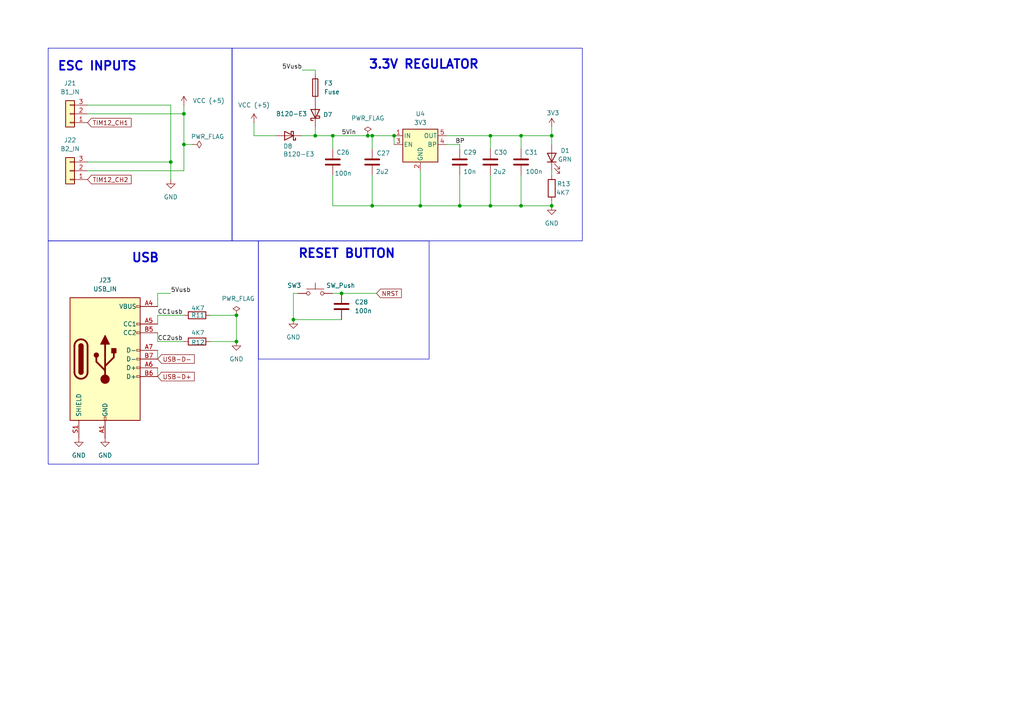
<source format=kicad_sch>
(kicad_sch
	(version 20250114)
	(generator "eeschema")
	(generator_version "9.0")
	(uuid "d8e62f75-f76d-4691-9417-97b28fd8df2d")
	(paper "A4")
	(title_block
		(title "FLIGHT CONTROLLER")
		(date "2024-10-24")
		(rev "V1")
		(company "SHISHIR A")
	)
	(lib_symbols
		(symbol "Connector:USB_C_Receptacle_USB2.0_14P"
			(pin_names
				(offset 1.016)
			)
			(exclude_from_sim no)
			(in_bom yes)
			(on_board yes)
			(property "Reference" "J4"
				(at 0 22.86 0)
				(effects
					(font
						(size 1.27 1.27)
					)
				)
			)
			(property "Value" "USB_C_Receptacle_USB2.0_14P"
				(at 0 20.32 0)
				(effects
					(font
						(size 1.27 1.27)
					)
				)
			)
			(property "Footprint" "Connector_USB:USB_C_Receptacle_GCT_USB4110"
				(at 3.81 0 0)
				(effects
					(font
						(size 1.27 1.27)
					)
					(hide yes)
				)
			)
			(property "Datasheet" "https://www.usb.org/sites/default/files/documents/usb_type-c.zip"
				(at 3.81 0 0)
				(effects
					(font
						(size 1.27 1.27)
					)
					(hide yes)
				)
			)
			(property "Description" "USB 2.0-only 14P Type-C Receptacle connector"
				(at 0 0 0)
				(effects
					(font
						(size 1.27 1.27)
					)
					(hide yes)
				)
			)
			(property "ki_keywords" "usb universal serial bus type-C USB2.0"
				(at 0 0 0)
				(effects
					(font
						(size 1.27 1.27)
					)
					(hide yes)
				)
			)
			(property "ki_fp_filters" "USB*C*Receptacle*"
				(at 0 0 0)
				(effects
					(font
						(size 1.27 1.27)
					)
					(hide yes)
				)
			)
			(symbol "USB_C_Receptacle_USB2.0_14P_0_0"
				(rectangle
					(start -0.254 -17.78)
					(end 0.254 -16.764)
					(stroke
						(width 0)
						(type default)
					)
					(fill
						(type none)
					)
				)
				(rectangle
					(start 10.16 15.494)
					(end 9.144 14.986)
					(stroke
						(width 0)
						(type default)
					)
					(fill
						(type none)
					)
				)
				(rectangle
					(start 10.16 10.414)
					(end 9.144 9.906)
					(stroke
						(width 0)
						(type default)
					)
					(fill
						(type none)
					)
				)
				(rectangle
					(start 10.16 7.874)
					(end 9.144 7.366)
					(stroke
						(width 0)
						(type default)
					)
					(fill
						(type none)
					)
				)
				(rectangle
					(start 10.16 2.794)
					(end 9.144 2.286)
					(stroke
						(width 0)
						(type default)
					)
					(fill
						(type none)
					)
				)
				(rectangle
					(start 10.16 0.254)
					(end 9.144 -0.254)
					(stroke
						(width 0)
						(type default)
					)
					(fill
						(type none)
					)
				)
				(rectangle
					(start 10.16 -2.286)
					(end 9.144 -2.794)
					(stroke
						(width 0)
						(type default)
					)
					(fill
						(type none)
					)
				)
				(rectangle
					(start 10.16 -4.826)
					(end 9.144 -5.334)
					(stroke
						(width 0)
						(type default)
					)
					(fill
						(type none)
					)
				)
			)
			(symbol "USB_C_Receptacle_USB2.0_14P_0_1"
				(rectangle
					(start -10.16 17.78)
					(end 10.16 -17.78)
					(stroke
						(width 0.254)
						(type default)
					)
					(fill
						(type background)
					)
				)
				(polyline
					(pts
						(xy -8.89 -3.81) (xy -8.89 3.81)
					)
					(stroke
						(width 0.508)
						(type default)
					)
					(fill
						(type none)
					)
				)
				(rectangle
					(start -7.62 -3.81)
					(end -6.35 3.81)
					(stroke
						(width 0.254)
						(type default)
					)
					(fill
						(type outline)
					)
				)
				(arc
					(start -7.62 3.81)
					(mid -6.985 4.4423)
					(end -6.35 3.81)
					(stroke
						(width 0.254)
						(type default)
					)
					(fill
						(type none)
					)
				)
				(arc
					(start -7.62 3.81)
					(mid -6.985 4.4423)
					(end -6.35 3.81)
					(stroke
						(width 0.254)
						(type default)
					)
					(fill
						(type outline)
					)
				)
				(arc
					(start -8.89 3.81)
					(mid -6.985 5.7067)
					(end -5.08 3.81)
					(stroke
						(width 0.508)
						(type default)
					)
					(fill
						(type none)
					)
				)
				(arc
					(start -5.08 -3.81)
					(mid -6.985 -5.7067)
					(end -8.89 -3.81)
					(stroke
						(width 0.508)
						(type default)
					)
					(fill
						(type none)
					)
				)
				(arc
					(start -6.35 -3.81)
					(mid -6.985 -4.4423)
					(end -7.62 -3.81)
					(stroke
						(width 0.254)
						(type default)
					)
					(fill
						(type none)
					)
				)
				(arc
					(start -6.35 -3.81)
					(mid -6.985 -4.4423)
					(end -7.62 -3.81)
					(stroke
						(width 0.254)
						(type default)
					)
					(fill
						(type outline)
					)
				)
				(polyline
					(pts
						(xy -5.08 3.81) (xy -5.08 -3.81)
					)
					(stroke
						(width 0.508)
						(type default)
					)
					(fill
						(type none)
					)
				)
				(circle
					(center -2.54 1.143)
					(radius 0.635)
					(stroke
						(width 0.254)
						(type default)
					)
					(fill
						(type outline)
					)
				)
				(polyline
					(pts
						(xy -1.27 4.318) (xy 0 6.858) (xy 1.27 4.318) (xy -1.27 4.318)
					)
					(stroke
						(width 0.254)
						(type default)
					)
					(fill
						(type outline)
					)
				)
				(polyline
					(pts
						(xy 0 -2.032) (xy 2.54 0.508) (xy 2.54 1.778)
					)
					(stroke
						(width 0.508)
						(type default)
					)
					(fill
						(type none)
					)
				)
				(polyline
					(pts
						(xy 0 -3.302) (xy -2.54 -0.762) (xy -2.54 0.508)
					)
					(stroke
						(width 0.508)
						(type default)
					)
					(fill
						(type none)
					)
				)
				(polyline
					(pts
						(xy 0 -5.842) (xy 0 4.318)
					)
					(stroke
						(width 0.508)
						(type default)
					)
					(fill
						(type none)
					)
				)
				(circle
					(center 0 -5.842)
					(radius 1.27)
					(stroke
						(width 0)
						(type default)
					)
					(fill
						(type outline)
					)
				)
				(rectangle
					(start 1.905 1.778)
					(end 3.175 3.048)
					(stroke
						(width 0.254)
						(type default)
					)
					(fill
						(type outline)
					)
				)
			)
			(symbol "USB_C_Receptacle_USB2.0_14P_1_1"
				(pin passive line
					(at -7.62 -22.86 90)
					(length 5.08)
					(name "SHIELD"
						(effects
							(font
								(size 1.27 1.27)
							)
						)
					)
					(number "S1"
						(effects
							(font
								(size 1.27 1.27)
							)
						)
					)
				)
				(pin passive line
					(at 0 -22.86 90)
					(length 5.08)
					(name "GND"
						(effects
							(font
								(size 1.27 1.27)
							)
						)
					)
					(number "A1"
						(effects
							(font
								(size 1.27 1.27)
							)
						)
					)
				)
				(pin passive line
					(at 0 -22.86 90)
					(length 5.08)
					(hide yes)
					(name "GND"
						(effects
							(font
								(size 1.27 1.27)
							)
						)
					)
					(number "A12"
						(effects
							(font
								(size 1.27 1.27)
							)
						)
					)
				)
				(pin passive line
					(at 0 -22.86 90)
					(length 5.08)
					(hide yes)
					(name "GND"
						(effects
							(font
								(size 1.27 1.27)
							)
						)
					)
					(number "B1"
						(effects
							(font
								(size 1.27 1.27)
							)
						)
					)
				)
				(pin passive line
					(at 0 -22.86 90)
					(length 5.08)
					(hide yes)
					(name "GND"
						(effects
							(font
								(size 1.27 1.27)
							)
						)
					)
					(number "B12"
						(effects
							(font
								(size 1.27 1.27)
							)
						)
					)
				)
				(pin output line
					(at 15.24 15.24 180)
					(length 5.08)
					(name "VBUS"
						(effects
							(font
								(size 1.27 1.27)
							)
						)
					)
					(number "A4"
						(effects
							(font
								(size 1.27 1.27)
							)
						)
					)
				)
				(pin passive line
					(at 15.24 15.24 180)
					(length 5.08)
					(hide yes)
					(name "VBUS"
						(effects
							(font
								(size 1.27 1.27)
							)
						)
					)
					(number "A9"
						(effects
							(font
								(size 1.27 1.27)
							)
						)
					)
				)
				(pin passive line
					(at 15.24 15.24 180)
					(length 5.08)
					(hide yes)
					(name "VBUS"
						(effects
							(font
								(size 1.27 1.27)
							)
						)
					)
					(number "B4"
						(effects
							(font
								(size 1.27 1.27)
							)
						)
					)
				)
				(pin passive line
					(at 15.24 15.24 180)
					(length 5.08)
					(hide yes)
					(name "VBUS"
						(effects
							(font
								(size 1.27 1.27)
							)
						)
					)
					(number "B9"
						(effects
							(font
								(size 1.27 1.27)
							)
						)
					)
				)
				(pin bidirectional line
					(at 15.24 10.16 180)
					(length 5.08)
					(name "CC1"
						(effects
							(font
								(size 1.27 1.27)
							)
						)
					)
					(number "A5"
						(effects
							(font
								(size 1.27 1.27)
							)
						)
					)
				)
				(pin bidirectional line
					(at 15.24 7.62 180)
					(length 5.08)
					(name "CC2"
						(effects
							(font
								(size 1.27 1.27)
							)
						)
					)
					(number "B5"
						(effects
							(font
								(size 1.27 1.27)
							)
						)
					)
				)
				(pin bidirectional line
					(at 15.24 2.54 180)
					(length 5.08)
					(name "D-"
						(effects
							(font
								(size 1.27 1.27)
							)
						)
					)
					(number "A7"
						(effects
							(font
								(size 1.27 1.27)
							)
						)
					)
				)
				(pin bidirectional line
					(at 15.24 0 180)
					(length 5.08)
					(name "D-"
						(effects
							(font
								(size 1.27 1.27)
							)
						)
					)
					(number "B7"
						(effects
							(font
								(size 1.27 1.27)
							)
						)
					)
				)
				(pin bidirectional line
					(at 15.24 -2.54 180)
					(length 5.08)
					(name "D+"
						(effects
							(font
								(size 1.27 1.27)
							)
						)
					)
					(number "A6"
						(effects
							(font
								(size 1.27 1.27)
							)
						)
					)
				)
				(pin bidirectional line
					(at 15.24 -5.08 180)
					(length 5.08)
					(name "D+"
						(effects
							(font
								(size 1.27 1.27)
							)
						)
					)
					(number "B6"
						(effects
							(font
								(size 1.27 1.27)
							)
						)
					)
				)
			)
			(embedded_fonts no)
		)
		(symbol "Connector_Generic:Conn_01x03"
			(pin_names
				(offset 1.016)
				(hide yes)
			)
			(exclude_from_sim no)
			(in_bom yes)
			(on_board yes)
			(property "Reference" "J"
				(at 0 5.08 0)
				(effects
					(font
						(size 1.27 1.27)
					)
				)
			)
			(property "Value" "Conn_01x03"
				(at 0 -5.08 0)
				(effects
					(font
						(size 1.27 1.27)
					)
				)
			)
			(property "Footprint" ""
				(at 0 0 0)
				(effects
					(font
						(size 1.27 1.27)
					)
					(hide yes)
				)
			)
			(property "Datasheet" "~"
				(at 0 0 0)
				(effects
					(font
						(size 1.27 1.27)
					)
					(hide yes)
				)
			)
			(property "Description" "Generic connector, single row, 01x03, script generated (kicad-library-utils/schlib/autogen/connector/)"
				(at 0 0 0)
				(effects
					(font
						(size 1.27 1.27)
					)
					(hide yes)
				)
			)
			(property "ki_keywords" "connector"
				(at 0 0 0)
				(effects
					(font
						(size 1.27 1.27)
					)
					(hide yes)
				)
			)
			(property "ki_fp_filters" "Connector*:*_1x??_*"
				(at 0 0 0)
				(effects
					(font
						(size 1.27 1.27)
					)
					(hide yes)
				)
			)
			(symbol "Conn_01x03_1_1"
				(rectangle
					(start -1.27 3.81)
					(end 1.27 -3.81)
					(stroke
						(width 0.254)
						(type default)
					)
					(fill
						(type background)
					)
				)
				(rectangle
					(start -1.27 2.667)
					(end 0 2.413)
					(stroke
						(width 0.1524)
						(type default)
					)
					(fill
						(type none)
					)
				)
				(rectangle
					(start -1.27 0.127)
					(end 0 -0.127)
					(stroke
						(width 0.1524)
						(type default)
					)
					(fill
						(type none)
					)
				)
				(rectangle
					(start -1.27 -2.413)
					(end 0 -2.667)
					(stroke
						(width 0.1524)
						(type default)
					)
					(fill
						(type none)
					)
				)
				(pin passive line
					(at -5.08 2.54 0)
					(length 3.81)
					(name "Pin_1"
						(effects
							(font
								(size 1.27 1.27)
							)
						)
					)
					(number "1"
						(effects
							(font
								(size 1.27 1.27)
							)
						)
					)
				)
				(pin passive line
					(at -5.08 0 0)
					(length 3.81)
					(name "Pin_2"
						(effects
							(font
								(size 1.27 1.27)
							)
						)
					)
					(number "2"
						(effects
							(font
								(size 1.27 1.27)
							)
						)
					)
				)
				(pin passive line
					(at -5.08 -2.54 0)
					(length 3.81)
					(name "Pin_3"
						(effects
							(font
								(size 1.27 1.27)
							)
						)
					)
					(number "3"
						(effects
							(font
								(size 1.27 1.27)
							)
						)
					)
				)
			)
			(embedded_fonts no)
		)
		(symbol "Device:C"
			(pin_numbers
				(hide yes)
			)
			(pin_names
				(offset 0.254)
			)
			(exclude_from_sim no)
			(in_bom yes)
			(on_board yes)
			(property "Reference" "C"
				(at 0.635 2.54 0)
				(effects
					(font
						(size 1.27 1.27)
					)
					(justify left)
				)
			)
			(property "Value" "C"
				(at 0.635 -2.54 0)
				(effects
					(font
						(size 1.27 1.27)
					)
					(justify left)
				)
			)
			(property "Footprint" ""
				(at 0.9652 -3.81 0)
				(effects
					(font
						(size 1.27 1.27)
					)
					(hide yes)
				)
			)
			(property "Datasheet" "~"
				(at 0 0 0)
				(effects
					(font
						(size 1.27 1.27)
					)
					(hide yes)
				)
			)
			(property "Description" "Unpolarized capacitor"
				(at 0 0 0)
				(effects
					(font
						(size 1.27 1.27)
					)
					(hide yes)
				)
			)
			(property "ki_keywords" "cap capacitor"
				(at 0 0 0)
				(effects
					(font
						(size 1.27 1.27)
					)
					(hide yes)
				)
			)
			(property "ki_fp_filters" "C_*"
				(at 0 0 0)
				(effects
					(font
						(size 1.27 1.27)
					)
					(hide yes)
				)
			)
			(symbol "C_0_1"
				(polyline
					(pts
						(xy -2.032 0.762) (xy 2.032 0.762)
					)
					(stroke
						(width 0.508)
						(type default)
					)
					(fill
						(type none)
					)
				)
				(polyline
					(pts
						(xy -2.032 -0.762) (xy 2.032 -0.762)
					)
					(stroke
						(width 0.508)
						(type default)
					)
					(fill
						(type none)
					)
				)
			)
			(symbol "C_1_1"
				(pin passive line
					(at 0 3.81 270)
					(length 2.794)
					(name "~"
						(effects
							(font
								(size 1.27 1.27)
							)
						)
					)
					(number "1"
						(effects
							(font
								(size 1.27 1.27)
							)
						)
					)
				)
				(pin passive line
					(at 0 -3.81 90)
					(length 2.794)
					(name "~"
						(effects
							(font
								(size 1.27 1.27)
							)
						)
					)
					(number "2"
						(effects
							(font
								(size 1.27 1.27)
							)
						)
					)
				)
			)
			(embedded_fonts no)
		)
		(symbol "Device:Fuse"
			(pin_numbers
				(hide yes)
			)
			(pin_names
				(offset 0)
			)
			(exclude_from_sim no)
			(in_bom yes)
			(on_board yes)
			(property "Reference" "F"
				(at 2.032 0 90)
				(effects
					(font
						(size 1.27 1.27)
					)
				)
			)
			(property "Value" "Fuse"
				(at -1.905 0 90)
				(effects
					(font
						(size 1.27 1.27)
					)
				)
			)
			(property "Footprint" ""
				(at -1.778 0 90)
				(effects
					(font
						(size 1.27 1.27)
					)
					(hide yes)
				)
			)
			(property "Datasheet" "~"
				(at 0 0 0)
				(effects
					(font
						(size 1.27 1.27)
					)
					(hide yes)
				)
			)
			(property "Description" "Fuse"
				(at 0 0 0)
				(effects
					(font
						(size 1.27 1.27)
					)
					(hide yes)
				)
			)
			(property "ki_keywords" "fuse"
				(at 0 0 0)
				(effects
					(font
						(size 1.27 1.27)
					)
					(hide yes)
				)
			)
			(property "ki_fp_filters" "*Fuse*"
				(at 0 0 0)
				(effects
					(font
						(size 1.27 1.27)
					)
					(hide yes)
				)
			)
			(symbol "Fuse_0_1"
				(rectangle
					(start -0.762 -2.54)
					(end 0.762 2.54)
					(stroke
						(width 0.254)
						(type default)
					)
					(fill
						(type none)
					)
				)
				(polyline
					(pts
						(xy 0 2.54) (xy 0 -2.54)
					)
					(stroke
						(width 0)
						(type default)
					)
					(fill
						(type none)
					)
				)
			)
			(symbol "Fuse_1_1"
				(pin passive line
					(at 0 3.81 270)
					(length 1.27)
					(name "~"
						(effects
							(font
								(size 1.27 1.27)
							)
						)
					)
					(number "1"
						(effects
							(font
								(size 1.27 1.27)
							)
						)
					)
				)
				(pin passive line
					(at 0 -3.81 90)
					(length 1.27)
					(name "~"
						(effects
							(font
								(size 1.27 1.27)
							)
						)
					)
					(number "2"
						(effects
							(font
								(size 1.27 1.27)
							)
						)
					)
				)
			)
			(embedded_fonts no)
		)
		(symbol "Device:LED"
			(pin_numbers
				(hide yes)
			)
			(pin_names
				(offset 1.016)
				(hide yes)
			)
			(exclude_from_sim no)
			(in_bom yes)
			(on_board yes)
			(property "Reference" "D"
				(at 0 2.54 0)
				(effects
					(font
						(size 1.27 1.27)
					)
				)
			)
			(property "Value" "LED"
				(at 0 -2.54 0)
				(effects
					(font
						(size 1.27 1.27)
					)
				)
			)
			(property "Footprint" ""
				(at 0 0 0)
				(effects
					(font
						(size 1.27 1.27)
					)
					(hide yes)
				)
			)
			(property "Datasheet" "~"
				(at 0 0 0)
				(effects
					(font
						(size 1.27 1.27)
					)
					(hide yes)
				)
			)
			(property "Description" "Light emitting diode"
				(at 0 0 0)
				(effects
					(font
						(size 1.27 1.27)
					)
					(hide yes)
				)
			)
			(property "ki_keywords" "LED diode"
				(at 0 0 0)
				(effects
					(font
						(size 1.27 1.27)
					)
					(hide yes)
				)
			)
			(property "ki_fp_filters" "LED* LED_SMD:* LED_THT:*"
				(at 0 0 0)
				(effects
					(font
						(size 1.27 1.27)
					)
					(hide yes)
				)
			)
			(symbol "LED_0_1"
				(polyline
					(pts
						(xy -3.048 -0.762) (xy -4.572 -2.286) (xy -3.81 -2.286) (xy -4.572 -2.286) (xy -4.572 -1.524)
					)
					(stroke
						(width 0)
						(type default)
					)
					(fill
						(type none)
					)
				)
				(polyline
					(pts
						(xy -1.778 -0.762) (xy -3.302 -2.286) (xy -2.54 -2.286) (xy -3.302 -2.286) (xy -3.302 -1.524)
					)
					(stroke
						(width 0)
						(type default)
					)
					(fill
						(type none)
					)
				)
				(polyline
					(pts
						(xy -1.27 0) (xy 1.27 0)
					)
					(stroke
						(width 0)
						(type default)
					)
					(fill
						(type none)
					)
				)
				(polyline
					(pts
						(xy -1.27 -1.27) (xy -1.27 1.27)
					)
					(stroke
						(width 0.254)
						(type default)
					)
					(fill
						(type none)
					)
				)
				(polyline
					(pts
						(xy 1.27 -1.27) (xy 1.27 1.27) (xy -1.27 0) (xy 1.27 -1.27)
					)
					(stroke
						(width 0.254)
						(type default)
					)
					(fill
						(type none)
					)
				)
			)
			(symbol "LED_1_1"
				(pin passive line
					(at -3.81 0 0)
					(length 2.54)
					(name "K"
						(effects
							(font
								(size 1.27 1.27)
							)
						)
					)
					(number "1"
						(effects
							(font
								(size 1.27 1.27)
							)
						)
					)
				)
				(pin passive line
					(at 3.81 0 180)
					(length 2.54)
					(name "A"
						(effects
							(font
								(size 1.27 1.27)
							)
						)
					)
					(number "2"
						(effects
							(font
								(size 1.27 1.27)
							)
						)
					)
				)
			)
			(embedded_fonts no)
		)
		(symbol "Device:R"
			(pin_numbers
				(hide yes)
			)
			(pin_names
				(offset 0)
			)
			(exclude_from_sim no)
			(in_bom yes)
			(on_board yes)
			(property "Reference" "R"
				(at 2.032 0 90)
				(effects
					(font
						(size 1.27 1.27)
					)
				)
			)
			(property "Value" "R"
				(at 0 0 90)
				(effects
					(font
						(size 1.27 1.27)
					)
				)
			)
			(property "Footprint" ""
				(at -1.778 0 90)
				(effects
					(font
						(size 1.27 1.27)
					)
					(hide yes)
				)
			)
			(property "Datasheet" "~"
				(at 0 0 0)
				(effects
					(font
						(size 1.27 1.27)
					)
					(hide yes)
				)
			)
			(property "Description" "Resistor"
				(at 0 0 0)
				(effects
					(font
						(size 1.27 1.27)
					)
					(hide yes)
				)
			)
			(property "ki_keywords" "R res resistor"
				(at 0 0 0)
				(effects
					(font
						(size 1.27 1.27)
					)
					(hide yes)
				)
			)
			(property "ki_fp_filters" "R_*"
				(at 0 0 0)
				(effects
					(font
						(size 1.27 1.27)
					)
					(hide yes)
				)
			)
			(symbol "R_0_1"
				(rectangle
					(start -1.016 -2.54)
					(end 1.016 2.54)
					(stroke
						(width 0.254)
						(type default)
					)
					(fill
						(type none)
					)
				)
			)
			(symbol "R_1_1"
				(pin passive line
					(at 0 3.81 270)
					(length 1.27)
					(name "~"
						(effects
							(font
								(size 1.27 1.27)
							)
						)
					)
					(number "1"
						(effects
							(font
								(size 1.27 1.27)
							)
						)
					)
				)
				(pin passive line
					(at 0 -3.81 90)
					(length 1.27)
					(name "~"
						(effects
							(font
								(size 1.27 1.27)
							)
						)
					)
					(number "2"
						(effects
							(font
								(size 1.27 1.27)
							)
						)
					)
				)
			)
			(embedded_fonts no)
		)
		(symbol "Diode:B120-E3"
			(pin_numbers
				(hide yes)
			)
			(pin_names
				(hide yes)
			)
			(exclude_from_sim no)
			(in_bom yes)
			(on_board yes)
			(property "Reference" "D"
				(at 0 2.54 0)
				(effects
					(font
						(size 1.27 1.27)
					)
				)
			)
			(property "Value" "B120-E3"
				(at 0 -2.54 0)
				(effects
					(font
						(size 1.27 1.27)
					)
				)
			)
			(property "Footprint" "Diode_SMD:D_SMA"
				(at 0 -4.445 0)
				(effects
					(font
						(size 1.27 1.27)
					)
					(hide yes)
				)
			)
			(property "Datasheet" "http://www.vishay.com/docs/88946/b120.pdf"
				(at 0 0 0)
				(effects
					(font
						(size 1.27 1.27)
					)
					(hide yes)
				)
			)
			(property "Description" "20V 1A Schottky Barrier Rectifier Diode, SMA(DO-214AC)"
				(at 0 0 0)
				(effects
					(font
						(size 1.27 1.27)
					)
					(hide yes)
				)
			)
			(property "ki_keywords" "diode Schottky"
				(at 0 0 0)
				(effects
					(font
						(size 1.27 1.27)
					)
					(hide yes)
				)
			)
			(property "ki_fp_filters" "D*SMA*"
				(at 0 0 0)
				(effects
					(font
						(size 1.27 1.27)
					)
					(hide yes)
				)
			)
			(symbol "B120-E3_0_1"
				(polyline
					(pts
						(xy -1.905 0.635) (xy -1.905 1.27) (xy -1.27 1.27) (xy -1.27 -1.27) (xy -0.635 -1.27) (xy -0.635 -0.635)
					)
					(stroke
						(width 0.254)
						(type default)
					)
					(fill
						(type none)
					)
				)
				(polyline
					(pts
						(xy 1.27 1.27) (xy 1.27 -1.27) (xy -1.27 0) (xy 1.27 1.27)
					)
					(stroke
						(width 0.254)
						(type default)
					)
					(fill
						(type none)
					)
				)
				(polyline
					(pts
						(xy 1.27 0) (xy -1.27 0)
					)
					(stroke
						(width 0)
						(type default)
					)
					(fill
						(type none)
					)
				)
			)
			(symbol "B120-E3_1_1"
				(pin passive line
					(at -3.81 0 0)
					(length 2.54)
					(name "K"
						(effects
							(font
								(size 1.27 1.27)
							)
						)
					)
					(number "1"
						(effects
							(font
								(size 1.27 1.27)
							)
						)
					)
				)
				(pin passive line
					(at 3.81 0 180)
					(length 2.54)
					(name "A"
						(effects
							(font
								(size 1.27 1.27)
							)
						)
					)
					(number "2"
						(effects
							(font
								(size 1.27 1.27)
							)
						)
					)
				)
			)
			(embedded_fonts no)
		)
		(symbol "Regulator_Linear:SPX3819M5-L-3-3"
			(pin_names
				(offset 0.254)
			)
			(exclude_from_sim no)
			(in_bom yes)
			(on_board yes)
			(property "Reference" "U2"
				(at 0 8.89 0)
				(effects
					(font
						(size 1.27 1.27)
					)
				)
			)
			(property "Value" "SPX3819M5-L-3-3"
				(at 0 6.35 0)
				(effects
					(font
						(size 1.27 1.27)
					)
				)
			)
			(property "Footprint" "Package_TO_SOT_SMD:SOT-23-5"
				(at 0 8.255 0)
				(effects
					(font
						(size 1.27 1.27)
					)
					(hide yes)
				)
			)
			(property "Datasheet" "https://www.exar.com/content/document.ashx?id=22106&languageid=1033&type=Datasheet&partnumber=SPX3819&filename=SPX3819.pdf&part=SPX3819"
				(at 0 0 0)
				(effects
					(font
						(size 1.27 1.27)
					)
					(hide yes)
				)
			)
			(property "Description" "500mA Low drop-out regulator, Fixed Output 3.3V, SOT-23-5"
				(at 0 0 0)
				(effects
					(font
						(size 1.27 1.27)
					)
					(hide yes)
				)
			)
			(property "ki_keywords" "REGULATOR LDO 3.3V"
				(at 0 0 0)
				(effects
					(font
						(size 1.27 1.27)
					)
					(hide yes)
				)
			)
			(property "ki_fp_filters" "SOT?23*"
				(at 0 0 0)
				(effects
					(font
						(size 1.27 1.27)
					)
					(hide yes)
				)
			)
			(symbol "SPX3819M5-L-3-3_0_1"
				(rectangle
					(start -5.08 4.445)
					(end 5.08 -5.08)
					(stroke
						(width 0.254)
						(type default)
					)
					(fill
						(type background)
					)
				)
			)
			(symbol "SPX3819M5-L-3-3_1_1"
				(pin passive line
					(at -7.62 2.54 0)
					(length 2.54)
					(name "IN"
						(effects
							(font
								(size 1.27 1.27)
							)
						)
					)
					(number "1"
						(effects
							(font
								(size 1.27 1.27)
							)
						)
					)
				)
				(pin input line
					(at -7.62 0 0)
					(length 2.54)
					(name "EN"
						(effects
							(font
								(size 1.27 1.27)
							)
						)
					)
					(number "3"
						(effects
							(font
								(size 1.27 1.27)
							)
						)
					)
				)
				(pin power_in line
					(at 0 -7.62 90)
					(length 2.54)
					(name "GND"
						(effects
							(font
								(size 1.27 1.27)
							)
						)
					)
					(number "2"
						(effects
							(font
								(size 1.27 1.27)
							)
						)
					)
				)
				(pin power_out line
					(at 7.62 2.54 180)
					(length 2.54)
					(name "OUT"
						(effects
							(font
								(size 1.27 1.27)
							)
						)
					)
					(number "5"
						(effects
							(font
								(size 1.27 1.27)
							)
						)
					)
				)
				(pin input line
					(at 7.62 0 180)
					(length 2.54)
					(name "BP"
						(effects
							(font
								(size 1.27 1.27)
							)
						)
					)
					(number "4"
						(effects
							(font
								(size 1.27 1.27)
							)
						)
					)
				)
			)
			(embedded_fonts no)
		)
		(symbol "Switch:SW_Push"
			(pin_numbers
				(hide yes)
			)
			(pin_names
				(offset 1.016)
				(hide yes)
			)
			(exclude_from_sim no)
			(in_bom yes)
			(on_board yes)
			(property "Reference" "SW"
				(at 1.27 2.54 0)
				(effects
					(font
						(size 1.27 1.27)
					)
					(justify left)
				)
			)
			(property "Value" "SW_Push"
				(at 0 -1.524 0)
				(effects
					(font
						(size 1.27 1.27)
					)
				)
			)
			(property "Footprint" ""
				(at 0 5.08 0)
				(effects
					(font
						(size 1.27 1.27)
					)
					(hide yes)
				)
			)
			(property "Datasheet" "~"
				(at 0 5.08 0)
				(effects
					(font
						(size 1.27 1.27)
					)
					(hide yes)
				)
			)
			(property "Description" "Push button switch, generic, two pins"
				(at 0 0 0)
				(effects
					(font
						(size 1.27 1.27)
					)
					(hide yes)
				)
			)
			(property "ki_keywords" "switch normally-open pushbutton push-button"
				(at 0 0 0)
				(effects
					(font
						(size 1.27 1.27)
					)
					(hide yes)
				)
			)
			(symbol "SW_Push_0_1"
				(circle
					(center -2.032 0)
					(radius 0.508)
					(stroke
						(width 0)
						(type default)
					)
					(fill
						(type none)
					)
				)
				(polyline
					(pts
						(xy 0 1.27) (xy 0 3.048)
					)
					(stroke
						(width 0)
						(type default)
					)
					(fill
						(type none)
					)
				)
				(circle
					(center 2.032 0)
					(radius 0.508)
					(stroke
						(width 0)
						(type default)
					)
					(fill
						(type none)
					)
				)
				(polyline
					(pts
						(xy 2.54 1.27) (xy -2.54 1.27)
					)
					(stroke
						(width 0)
						(type default)
					)
					(fill
						(type none)
					)
				)
				(pin passive line
					(at -5.08 0 0)
					(length 2.54)
					(name "1"
						(effects
							(font
								(size 1.27 1.27)
							)
						)
					)
					(number "1"
						(effects
							(font
								(size 1.27 1.27)
							)
						)
					)
				)
				(pin passive line
					(at 5.08 0 180)
					(length 2.54)
					(name "2"
						(effects
							(font
								(size 1.27 1.27)
							)
						)
					)
					(number "2"
						(effects
							(font
								(size 1.27 1.27)
							)
						)
					)
				)
			)
			(embedded_fonts no)
		)
		(symbol "power:+3V3"
			(power)
			(pin_numbers
				(hide yes)
			)
			(pin_names
				(offset 0)
				(hide yes)
			)
			(exclude_from_sim no)
			(in_bom yes)
			(on_board yes)
			(property "Reference" "#PWR"
				(at 0 -3.81 0)
				(effects
					(font
						(size 1.27 1.27)
					)
					(hide yes)
				)
			)
			(property "Value" "+3V3"
				(at 0 3.556 0)
				(effects
					(font
						(size 1.27 1.27)
					)
				)
			)
			(property "Footprint" ""
				(at 0 0 0)
				(effects
					(font
						(size 1.27 1.27)
					)
					(hide yes)
				)
			)
			(property "Datasheet" ""
				(at 0 0 0)
				(effects
					(font
						(size 1.27 1.27)
					)
					(hide yes)
				)
			)
			(property "Description" "Power symbol creates a global label with name \"+3V3\""
				(at 0 0 0)
				(effects
					(font
						(size 1.27 1.27)
					)
					(hide yes)
				)
			)
			(property "ki_keywords" "global power"
				(at 0 0 0)
				(effects
					(font
						(size 1.27 1.27)
					)
					(hide yes)
				)
			)
			(symbol "+3V3_0_1"
				(polyline
					(pts
						(xy -0.762 1.27) (xy 0 2.54)
					)
					(stroke
						(width 0)
						(type default)
					)
					(fill
						(type none)
					)
				)
				(polyline
					(pts
						(xy 0 2.54) (xy 0.762 1.27)
					)
					(stroke
						(width 0)
						(type default)
					)
					(fill
						(type none)
					)
				)
				(polyline
					(pts
						(xy 0 0) (xy 0 2.54)
					)
					(stroke
						(width 0)
						(type default)
					)
					(fill
						(type none)
					)
				)
			)
			(symbol "+3V3_1_1"
				(pin power_in line
					(at 0 0 90)
					(length 0)
					(name "~"
						(effects
							(font
								(size 1.27 1.27)
							)
						)
					)
					(number "1"
						(effects
							(font
								(size 1.27 1.27)
							)
						)
					)
				)
			)
			(embedded_fonts no)
		)
		(symbol "power:+5V"
			(power)
			(pin_numbers
				(hide yes)
			)
			(pin_names
				(offset 0)
				(hide yes)
			)
			(exclude_from_sim no)
			(in_bom yes)
			(on_board yes)
			(property "Reference" "#PWR"
				(at 0 -3.81 0)
				(effects
					(font
						(size 1.27 1.27)
					)
					(hide yes)
				)
			)
			(property "Value" "+5V"
				(at 0 3.556 0)
				(effects
					(font
						(size 1.27 1.27)
					)
				)
			)
			(property "Footprint" ""
				(at 0 0 0)
				(effects
					(font
						(size 1.27 1.27)
					)
					(hide yes)
				)
			)
			(property "Datasheet" ""
				(at 0 0 0)
				(effects
					(font
						(size 1.27 1.27)
					)
					(hide yes)
				)
			)
			(property "Description" "Power symbol creates a global label with name \"+5V\""
				(at 0 0 0)
				(effects
					(font
						(size 1.27 1.27)
					)
					(hide yes)
				)
			)
			(property "ki_keywords" "global power"
				(at 0 0 0)
				(effects
					(font
						(size 1.27 1.27)
					)
					(hide yes)
				)
			)
			(symbol "+5V_0_1"
				(polyline
					(pts
						(xy -0.762 1.27) (xy 0 2.54)
					)
					(stroke
						(width 0)
						(type default)
					)
					(fill
						(type none)
					)
				)
				(polyline
					(pts
						(xy 0 2.54) (xy 0.762 1.27)
					)
					(stroke
						(width 0)
						(type default)
					)
					(fill
						(type none)
					)
				)
				(polyline
					(pts
						(xy 0 0) (xy 0 2.54)
					)
					(stroke
						(width 0)
						(type default)
					)
					(fill
						(type none)
					)
				)
			)
			(symbol "+5V_1_1"
				(pin power_in line
					(at 0 0 90)
					(length 0)
					(name "~"
						(effects
							(font
								(size 1.27 1.27)
							)
						)
					)
					(number "1"
						(effects
							(font
								(size 1.27 1.27)
							)
						)
					)
				)
			)
			(embedded_fonts no)
		)
		(symbol "power:GND"
			(power)
			(pin_numbers
				(hide yes)
			)
			(pin_names
				(offset 0)
				(hide yes)
			)
			(exclude_from_sim no)
			(in_bom yes)
			(on_board yes)
			(property "Reference" "#PWR"
				(at 0 -6.35 0)
				(effects
					(font
						(size 1.27 1.27)
					)
					(hide yes)
				)
			)
			(property "Value" "GND"
				(at 0 -3.81 0)
				(effects
					(font
						(size 1.27 1.27)
					)
				)
			)
			(property "Footprint" ""
				(at 0 0 0)
				(effects
					(font
						(size 1.27 1.27)
					)
					(hide yes)
				)
			)
			(property "Datasheet" ""
				(at 0 0 0)
				(effects
					(font
						(size 1.27 1.27)
					)
					(hide yes)
				)
			)
			(property "Description" "Power symbol creates a global label with name \"GND\" , ground"
				(at 0 0 0)
				(effects
					(font
						(size 1.27 1.27)
					)
					(hide yes)
				)
			)
			(property "ki_keywords" "global power"
				(at 0 0 0)
				(effects
					(font
						(size 1.27 1.27)
					)
					(hide yes)
				)
			)
			(symbol "GND_0_1"
				(polyline
					(pts
						(xy 0 0) (xy 0 -1.27) (xy 1.27 -1.27) (xy 0 -2.54) (xy -1.27 -1.27) (xy 0 -1.27)
					)
					(stroke
						(width 0)
						(type default)
					)
					(fill
						(type none)
					)
				)
			)
			(symbol "GND_1_1"
				(pin power_in line
					(at 0 0 270)
					(length 0)
					(name "~"
						(effects
							(font
								(size 1.27 1.27)
							)
						)
					)
					(number "1"
						(effects
							(font
								(size 1.27 1.27)
							)
						)
					)
				)
			)
			(embedded_fonts no)
		)
		(symbol "power:PWR_FLAG"
			(power)
			(pin_numbers
				(hide yes)
			)
			(pin_names
				(offset 0)
				(hide yes)
			)
			(exclude_from_sim no)
			(in_bom yes)
			(on_board yes)
			(property "Reference" "#FLG"
				(at 0 1.905 0)
				(effects
					(font
						(size 1.27 1.27)
					)
					(hide yes)
				)
			)
			(property "Value" "PWR_FLAG"
				(at 0 3.81 0)
				(effects
					(font
						(size 1.27 1.27)
					)
				)
			)
			(property "Footprint" ""
				(at 0 0 0)
				(effects
					(font
						(size 1.27 1.27)
					)
					(hide yes)
				)
			)
			(property "Datasheet" "~"
				(at 0 0 0)
				(effects
					(font
						(size 1.27 1.27)
					)
					(hide yes)
				)
			)
			(property "Description" "Special symbol for telling ERC where power comes from"
				(at 0 0 0)
				(effects
					(font
						(size 1.27 1.27)
					)
					(hide yes)
				)
			)
			(property "ki_keywords" "flag power"
				(at 0 0 0)
				(effects
					(font
						(size 1.27 1.27)
					)
					(hide yes)
				)
			)
			(symbol "PWR_FLAG_0_0"
				(pin power_out line
					(at 0 0 90)
					(length 0)
					(name "~"
						(effects
							(font
								(size 1.27 1.27)
							)
						)
					)
					(number "1"
						(effects
							(font
								(size 1.27 1.27)
							)
						)
					)
				)
			)
			(symbol "PWR_FLAG_0_1"
				(polyline
					(pts
						(xy 0 0) (xy 0 1.27) (xy -1.016 1.905) (xy 0 2.54) (xy 1.016 1.905) (xy 0 1.27)
					)
					(stroke
						(width 0)
						(type default)
					)
					(fill
						(type none)
					)
				)
			)
			(embedded_fonts no)
		)
	)
	(rectangle
		(start 13.97 69.85)
		(end 74.93 134.62)
		(stroke
			(width 0)
			(type default)
		)
		(fill
			(type none)
		)
		(uuid 41672b31-89ab-48bc-be26-c93fed8c0caa)
	)
	(rectangle
		(start 67.31 13.97)
		(end 168.91 69.85)
		(stroke
			(width 0)
			(type default)
		)
		(fill
			(type none)
		)
		(uuid 4fd98536-9ae4-4604-ba6e-f21a9dfff358)
	)
	(rectangle
		(start 13.97 13.97)
		(end 67.31 69.85)
		(stroke
			(width 0)
			(type default)
		)
		(fill
			(type none)
		)
		(uuid 5574e16b-df77-4dc5-aeba-8985d70008d5)
	)
	(rectangle
		(start 74.93 69.85)
		(end 124.46 104.14)
		(stroke
			(width 0)
			(type default)
		)
		(fill
			(type none)
		)
		(uuid bd41d46e-b9fd-4a32-8382-b3a7739d00de)
	)
	(text "USB"
		(exclude_from_sim no)
		(at 42.164 74.93 0)
		(effects
			(font
				(face "KiCad Font")
				(size 2.54 2.54)
				(thickness 0.508)
				(bold yes)
			)
		)
		(uuid "4aa0132b-c5b8-4674-80af-3a27dfec2c91")
	)
	(text "RESET BUTTON"
		(exclude_from_sim no)
		(at 100.584 73.66 0)
		(effects
			(font
				(face "KiCad Font")
				(size 2.54 2.54)
				(thickness 0.508)
				(bold yes)
			)
		)
		(uuid "75e902bb-dc01-4f8f-99c5-c2d97badb74e")
	)
	(text "ESC INPUTS"
		(exclude_from_sim no)
		(at 28.194 19.304 0)
		(effects
			(font
				(face "KiCad Font")
				(size 2.54 2.54)
				(thickness 0.508)
				(bold yes)
			)
		)
		(uuid "a5f23980-d64a-4920-9dd9-f5c2bb99a923")
	)
	(text "3.3V REGULATOR"
		(exclude_from_sim no)
		(at 122.936 18.796 0)
		(effects
			(font
				(face "KiCad Font")
				(size 2.54 2.54)
				(thickness 0.508)
				(bold yes)
			)
		)
		(uuid "cf0d0b02-28a4-4b46-84d6-a955e80abd89")
	)
	(junction
		(at 53.34 41.91)
		(diameter 0)
		(color 0 0 0 0)
		(uuid "0056913b-b810-4054-871d-967bac23886f")
	)
	(junction
		(at 133.35 59.69)
		(diameter 0)
		(color 0 0 0 0)
		(uuid "0d92bbf1-94fd-4968-8fa9-5a29ae0deeb5")
	)
	(junction
		(at 142.24 39.37)
		(diameter 0)
		(color 0 0 0 0)
		(uuid "131908a8-2e74-4b94-9a03-699849ad042f")
	)
	(junction
		(at 96.52 39.37)
		(diameter 0)
		(color 0 0 0 0)
		(uuid "14996b06-150a-422b-8a99-2a7da546c7e1")
	)
	(junction
		(at 114.3 39.37)
		(diameter 0)
		(color 0 0 0 0)
		(uuid "32be0c14-b8c6-4237-9859-9572bd47b10a")
	)
	(junction
		(at 121.92 59.69)
		(diameter 0)
		(color 0 0 0 0)
		(uuid "39a494f9-5613-4094-aa13-1ea0030f1aad")
	)
	(junction
		(at 106.68 39.37)
		(diameter 0)
		(color 0 0 0 0)
		(uuid "62a0fb66-8499-47bf-92a6-dcfc1602ebdc")
	)
	(junction
		(at 49.53 46.99)
		(diameter 0)
		(color 0 0 0 0)
		(uuid "6dd89c88-93cf-480c-a3da-3736f808c0c0")
	)
	(junction
		(at 53.34 33.02)
		(diameter 0)
		(color 0 0 0 0)
		(uuid "8a7c66fc-392a-46a7-bb51-844329467bfc")
	)
	(junction
		(at 151.13 39.37)
		(diameter 0)
		(color 0 0 0 0)
		(uuid "a82ed414-0cde-4f9f-a8df-5c2c607710b7")
	)
	(junction
		(at 160.02 39.37)
		(diameter 0)
		(color 0 0 0 0)
		(uuid "b6c54ed0-75b9-4aff-a739-57f9e67927d8")
	)
	(junction
		(at 142.24 59.69)
		(diameter 0)
		(color 0 0 0 0)
		(uuid "b846ca33-0fb7-460e-ad72-07acec8d1dd7")
	)
	(junction
		(at 107.95 59.69)
		(diameter 0)
		(color 0 0 0 0)
		(uuid "b9e504f5-a7d4-486d-b6b7-7e6fdd993bc4")
	)
	(junction
		(at 107.95 39.37)
		(diameter 0)
		(color 0 0 0 0)
		(uuid "c05697a3-d690-40f5-b81a-4c8ddbde05fb")
	)
	(junction
		(at 68.58 99.06)
		(diameter 0)
		(color 0 0 0 0)
		(uuid "d2d020de-fad4-45a8-8580-a5f987f9ca6c")
	)
	(junction
		(at 68.58 91.44)
		(diameter 0)
		(color 0 0 0 0)
		(uuid "e73058c6-d29a-408b-8e48-2c508a37b6b3")
	)
	(junction
		(at 99.06 85.09)
		(diameter 0)
		(color 0 0 0 0)
		(uuid "e83618f7-b4f1-42df-bd26-0d185f3f8f67")
	)
	(junction
		(at 91.44 39.37)
		(diameter 0)
		(color 0 0 0 0)
		(uuid "edc9ef37-9a5f-4d29-9f3f-59cbcb3c1d07")
	)
	(junction
		(at 160.02 59.69)
		(diameter 0)
		(color 0 0 0 0)
		(uuid "f54084bd-9e45-4c1c-a5e0-02df72c31e67")
	)
	(junction
		(at 151.13 59.69)
		(diameter 0)
		(color 0 0 0 0)
		(uuid "f6283d67-ebc3-400a-97a7-1740fd94d847")
	)
	(junction
		(at 85.09 92.71)
		(diameter 0)
		(color 0 0 0 0)
		(uuid "fe84c559-7a7a-4120-a8f7-e4ee555e4895")
	)
	(wire
		(pts
			(xy 106.68 39.37) (xy 107.95 39.37)
		)
		(stroke
			(width 0)
			(type default)
		)
		(uuid "0232a93d-bc58-48ae-a54e-599b1fa48a47")
	)
	(wire
		(pts
			(xy 151.13 39.37) (xy 151.13 43.18)
		)
		(stroke
			(width 0)
			(type default)
		)
		(uuid "046adbb5-481f-48f0-bd59-f2ebaf6dfb3f")
	)
	(wire
		(pts
			(xy 96.52 39.37) (xy 96.52 43.18)
		)
		(stroke
			(width 0)
			(type default)
		)
		(uuid "082709d1-ef07-46d2-a700-c44a2448f950")
	)
	(wire
		(pts
			(xy 45.72 99.06) (xy 45.72 96.52)
		)
		(stroke
			(width 0)
			(type default)
		)
		(uuid "0a82e0fa-686a-4fcd-ba05-ecbf1e712035")
	)
	(wire
		(pts
			(xy 151.13 50.8) (xy 151.13 59.69)
		)
		(stroke
			(width 0)
			(type default)
		)
		(uuid "0e3ca8da-df4d-4559-98be-a9e9e26a3847")
	)
	(wire
		(pts
			(xy 142.24 59.69) (xy 151.13 59.69)
		)
		(stroke
			(width 0)
			(type default)
		)
		(uuid "18917f6c-8567-439f-a8da-a4b603af2987")
	)
	(wire
		(pts
			(xy 142.24 39.37) (xy 151.13 39.37)
		)
		(stroke
			(width 0)
			(type default)
		)
		(uuid "1eb7796a-43dc-4087-9209-5666aa3c48e7")
	)
	(wire
		(pts
			(xy 25.4 49.53) (xy 53.34 49.53)
		)
		(stroke
			(width 0)
			(type default)
		)
		(uuid "1fa875e1-510d-4309-8962-8ae451144655")
	)
	(wire
		(pts
			(xy 49.53 85.09) (xy 45.72 85.09)
		)
		(stroke
			(width 0)
			(type default)
		)
		(uuid "298fd84a-d4f8-4f76-b1c0-b326d0b0d5f4")
	)
	(wire
		(pts
			(xy 114.3 39.37) (xy 114.3 41.91)
		)
		(stroke
			(width 0)
			(type default)
		)
		(uuid "2ba4ca26-cd2d-4010-ba41-45fe50013189")
	)
	(wire
		(pts
			(xy 68.58 91.44) (xy 60.96 91.44)
		)
		(stroke
			(width 0)
			(type default)
		)
		(uuid "2f347c96-3eae-4846-9f54-71a892cd1f93")
	)
	(wire
		(pts
			(xy 45.72 85.09) (xy 45.72 88.9)
		)
		(stroke
			(width 0)
			(type default)
		)
		(uuid "30eb69c2-452f-4e8c-b278-77ccc3ad248a")
	)
	(wire
		(pts
			(xy 133.35 41.91) (xy 129.54 41.91)
		)
		(stroke
			(width 0)
			(type default)
		)
		(uuid "33f0407b-1799-45a5-9cd3-816940f2259f")
	)
	(wire
		(pts
			(xy 160.02 49.53) (xy 160.02 50.8)
		)
		(stroke
			(width 0)
			(type default)
		)
		(uuid "373e8f16-c92b-41e1-ad40-3f3e14a25fd3")
	)
	(wire
		(pts
			(xy 151.13 59.69) (xy 160.02 59.69)
		)
		(stroke
			(width 0)
			(type default)
		)
		(uuid "438382e0-76c2-4d09-96cf-c6abb5e4ff7e")
	)
	(wire
		(pts
			(xy 133.35 50.8) (xy 133.35 59.69)
		)
		(stroke
			(width 0)
			(type default)
		)
		(uuid "44e62277-0bd0-49bd-a2e1-28545418fef2")
	)
	(wire
		(pts
			(xy 107.95 39.37) (xy 107.95 43.18)
		)
		(stroke
			(width 0)
			(type default)
		)
		(uuid "4859e52b-881e-4343-8649-ff02b070fef9")
	)
	(wire
		(pts
			(xy 160.02 58.42) (xy 160.02 59.69)
		)
		(stroke
			(width 0)
			(type default)
		)
		(uuid "48e0304e-9e1f-46bf-a933-8f9aff5f0824")
	)
	(wire
		(pts
			(xy 133.35 59.69) (xy 142.24 59.69)
		)
		(stroke
			(width 0)
			(type default)
		)
		(uuid "49558e58-0b18-471e-8da8-398dabfc59cf")
	)
	(wire
		(pts
			(xy 85.09 92.71) (xy 85.09 85.09)
		)
		(stroke
			(width 0)
			(type default)
		)
		(uuid "4d7f2eb5-9372-4e05-b224-7be81fa5a842")
	)
	(wire
		(pts
			(xy 25.4 30.48) (xy 49.53 30.48)
		)
		(stroke
			(width 0)
			(type default)
		)
		(uuid "51329657-5347-47d1-bbb0-bd1f676ef76b")
	)
	(wire
		(pts
			(xy 121.92 49.53) (xy 121.92 59.69)
		)
		(stroke
			(width 0)
			(type default)
		)
		(uuid "53e1e607-f429-46aa-ac5b-aa0b36de3995")
	)
	(wire
		(pts
			(xy 107.95 50.8) (xy 107.95 59.69)
		)
		(stroke
			(width 0)
			(type default)
		)
		(uuid "592a66dc-7f60-4294-bbef-84c447120ffd")
	)
	(wire
		(pts
			(xy 85.09 85.09) (xy 86.36 85.09)
		)
		(stroke
			(width 0)
			(type default)
		)
		(uuid "5f835e66-4114-4d68-8a29-bb2a7218e9df")
	)
	(wire
		(pts
			(xy 53.34 91.44) (xy 45.72 91.44)
		)
		(stroke
			(width 0)
			(type default)
		)
		(uuid "71a186e2-19b7-4f66-b5f9-e31e0a6a0cca")
	)
	(wire
		(pts
			(xy 53.34 30.48) (xy 53.34 33.02)
		)
		(stroke
			(width 0)
			(type default)
		)
		(uuid "785913b5-0347-4fbd-822e-07bff8a909bf")
	)
	(wire
		(pts
			(xy 133.35 43.18) (xy 133.35 41.91)
		)
		(stroke
			(width 0)
			(type default)
		)
		(uuid "7b490a3f-d11d-41ab-9644-909776187f15")
	)
	(wire
		(pts
			(xy 60.96 99.06) (xy 68.58 99.06)
		)
		(stroke
			(width 0)
			(type default)
		)
		(uuid "7b5f5b04-70e2-4887-bcf0-4e8849beafbe")
	)
	(wire
		(pts
			(xy 73.66 39.37) (xy 80.01 39.37)
		)
		(stroke
			(width 0)
			(type default)
		)
		(uuid "7d3d1d36-7bc2-418b-bde5-987ede60a125")
	)
	(wire
		(pts
			(xy 107.95 39.37) (xy 114.3 39.37)
		)
		(stroke
			(width 0)
			(type default)
		)
		(uuid "7ff07956-35cc-45ba-8c5e-0a65af072096")
	)
	(wire
		(pts
			(xy 91.44 20.32) (xy 91.44 21.59)
		)
		(stroke
			(width 0)
			(type default)
		)
		(uuid "80e8bd20-9750-4d2e-b52d-5b1d3afac2a3")
	)
	(wire
		(pts
			(xy 107.95 59.69) (xy 121.92 59.69)
		)
		(stroke
			(width 0)
			(type default)
		)
		(uuid "8314a58e-9d2c-46f9-ace3-a8aaf9fe60c4")
	)
	(wire
		(pts
			(xy 91.44 36.83) (xy 91.44 39.37)
		)
		(stroke
			(width 0)
			(type default)
		)
		(uuid "87154256-a66f-40cc-b6a1-c8a32814d8bc")
	)
	(wire
		(pts
			(xy 49.53 52.07) (xy 49.53 46.99)
		)
		(stroke
			(width 0)
			(type default)
		)
		(uuid "87719911-8247-4db3-b85a-28fdf975d0e5")
	)
	(wire
		(pts
			(xy 129.54 39.37) (xy 142.24 39.37)
		)
		(stroke
			(width 0)
			(type default)
		)
		(uuid "88e386f2-41ef-457c-9a89-a02361628f2c")
	)
	(wire
		(pts
			(xy 87.63 20.32) (xy 91.44 20.32)
		)
		(stroke
			(width 0)
			(type default)
		)
		(uuid "8d16e9ab-4a74-4033-a13c-145a9225e423")
	)
	(wire
		(pts
			(xy 121.92 59.69) (xy 133.35 59.69)
		)
		(stroke
			(width 0)
			(type default)
		)
		(uuid "a9188faa-b1e8-4dd1-b203-24f573577fd2")
	)
	(wire
		(pts
			(xy 45.72 104.14) (xy 45.72 101.6)
		)
		(stroke
			(width 0)
			(type default)
		)
		(uuid "ac76845b-acd3-45c9-b051-3f0bf4940721")
	)
	(wire
		(pts
			(xy 99.06 85.09) (xy 109.22 85.09)
		)
		(stroke
			(width 0)
			(type default)
		)
		(uuid "afd828fd-5e72-47a9-8335-dad430214ba2")
	)
	(wire
		(pts
			(xy 96.52 50.8) (xy 96.52 59.69)
		)
		(stroke
			(width 0)
			(type default)
		)
		(uuid "b01f212a-0b7e-44a0-a4c5-fb7efaf7146f")
	)
	(wire
		(pts
			(xy 25.4 33.02) (xy 53.34 33.02)
		)
		(stroke
			(width 0)
			(type default)
		)
		(uuid "b88e7b45-17d6-4ee0-9f24-89cd2fc63cf3")
	)
	(wire
		(pts
			(xy 53.34 99.06) (xy 45.72 99.06)
		)
		(stroke
			(width 0)
			(type default)
		)
		(uuid "b9502936-74d3-4332-8c61-b513ffb20143")
	)
	(wire
		(pts
			(xy 91.44 39.37) (xy 96.52 39.37)
		)
		(stroke
			(width 0)
			(type default)
		)
		(uuid "bedf3530-88a1-446d-a19a-ffcf54ab1e12")
	)
	(wire
		(pts
			(xy 45.72 91.44) (xy 45.72 93.98)
		)
		(stroke
			(width 0)
			(type default)
		)
		(uuid "c26afdfd-fd1a-433d-b77a-ad6f87bcea2a")
	)
	(wire
		(pts
			(xy 68.58 91.44) (xy 68.58 99.06)
		)
		(stroke
			(width 0)
			(type default)
		)
		(uuid "c99c8a6c-dc4a-42b2-95c7-141d90e5ab90")
	)
	(wire
		(pts
			(xy 160.02 36.83) (xy 160.02 39.37)
		)
		(stroke
			(width 0)
			(type default)
		)
		(uuid "cdb3ccaa-d4c4-4a9c-bed4-7be86d79e859")
	)
	(wire
		(pts
			(xy 142.24 43.18) (xy 142.24 39.37)
		)
		(stroke
			(width 0)
			(type default)
		)
		(uuid "d29f701b-57b2-4011-88da-0cc6dd9d769f")
	)
	(wire
		(pts
			(xy 73.66 35.56) (xy 73.66 39.37)
		)
		(stroke
			(width 0)
			(type default)
		)
		(uuid "d9efeaea-93cc-4850-ab0e-cf91f2ae5914")
	)
	(wire
		(pts
			(xy 96.52 59.69) (xy 107.95 59.69)
		)
		(stroke
			(width 0)
			(type default)
		)
		(uuid "db7d19ce-2620-46f7-9904-ded3eb1103ea")
	)
	(wire
		(pts
			(xy 45.72 106.68) (xy 45.72 109.22)
		)
		(stroke
			(width 0)
			(type default)
		)
		(uuid "dc545305-5596-49e8-89c0-a5b9092093c1")
	)
	(wire
		(pts
			(xy 53.34 33.02) (xy 53.34 41.91)
		)
		(stroke
			(width 0)
			(type default)
		)
		(uuid "de471e73-1161-4d2f-a833-3725c466e519")
	)
	(wire
		(pts
			(xy 96.52 85.09) (xy 99.06 85.09)
		)
		(stroke
			(width 0)
			(type default)
		)
		(uuid "e2fe00f1-9eb4-4851-b505-5bbe383ee801")
	)
	(wire
		(pts
			(xy 87.63 39.37) (xy 91.44 39.37)
		)
		(stroke
			(width 0)
			(type default)
		)
		(uuid "e53ea014-d673-4721-99de-e3ad65b2fcc7")
	)
	(wire
		(pts
			(xy 160.02 39.37) (xy 160.02 41.91)
		)
		(stroke
			(width 0)
			(type default)
		)
		(uuid "e72dae4c-18b7-42ba-ac08-baad4fe1d9ee")
	)
	(wire
		(pts
			(xy 53.34 41.91) (xy 53.34 49.53)
		)
		(stroke
			(width 0)
			(type default)
		)
		(uuid "ea5111dc-6570-4482-ac6b-12e256cddcde")
	)
	(wire
		(pts
			(xy 96.52 39.37) (xy 106.68 39.37)
		)
		(stroke
			(width 0)
			(type default)
		)
		(uuid "ebc2177f-a248-420c-8156-ceb1f2b275eb")
	)
	(wire
		(pts
			(xy 55.88 41.91) (xy 53.34 41.91)
		)
		(stroke
			(width 0)
			(type default)
		)
		(uuid "ec85f07b-fa3c-471c-923c-51d70a23d452")
	)
	(wire
		(pts
			(xy 85.09 92.71) (xy 99.06 92.71)
		)
		(stroke
			(width 0)
			(type default)
		)
		(uuid "eec7082d-b0a0-4e6d-91f0-5ac17c8d1f06")
	)
	(wire
		(pts
			(xy 49.53 46.99) (xy 49.53 30.48)
		)
		(stroke
			(width 0)
			(type default)
		)
		(uuid "ef0d1038-329b-46e1-bd0e-b7e71cbffaaf")
	)
	(wire
		(pts
			(xy 151.13 39.37) (xy 160.02 39.37)
		)
		(stroke
			(width 0)
			(type default)
		)
		(uuid "ef126d57-e844-48cf-8c46-778ac6724e31")
	)
	(wire
		(pts
			(xy 142.24 50.8) (xy 142.24 59.69)
		)
		(stroke
			(width 0)
			(type default)
		)
		(uuid "f61da056-47fb-4f26-95f5-3f98633cbf02")
	)
	(wire
		(pts
			(xy 25.4 46.99) (xy 49.53 46.99)
		)
		(stroke
			(width 0)
			(type default)
		)
		(uuid "fcc942a4-05e0-4172-9738-811f8d9844a5")
	)
	(label "5Vin"
		(at 99.06 39.37 0)
		(effects
			(font
				(size 1.27 1.27)
			)
			(justify left bottom)
		)
		(uuid "33d55707-f8a3-4825-b83e-87682d579dd6")
	)
	(label "CC1usb"
		(at 45.72 91.44 0)
		(effects
			(font
				(size 1.27 1.27)
			)
			(justify left bottom)
		)
		(uuid "8ce0e62e-7f08-45bd-a5e8-9e58fe5610c1")
	)
	(label "CC2usb"
		(at 45.72 99.06 0)
		(effects
			(font
				(size 1.27 1.27)
			)
			(justify left bottom)
		)
		(uuid "9dc001e0-2e4f-4069-875a-d2b486c8aad1")
	)
	(label "BP"
		(at 132.08 41.91 0)
		(effects
			(font
				(size 1.27 1.27)
			)
			(justify left bottom)
		)
		(uuid "b46929fc-b84c-407e-a607-1c284242856e")
	)
	(label "5Vusb"
		(at 87.63 20.32 180)
		(effects
			(font
				(size 1.27 1.27)
			)
			(justify right bottom)
		)
		(uuid "f574e45c-aab0-4311-8457-553b4960a41c")
	)
	(label "5Vusb"
		(at 49.53 85.09 0)
		(effects
			(font
				(size 1.27 1.27)
			)
			(justify left bottom)
		)
		(uuid "fcaeb8e3-25dc-47d0-b7c9-ac0add33e705")
	)
	(global_label "TIM12_CH1"
		(shape input)
		(at 25.4 35.56 0)
		(fields_autoplaced yes)
		(effects
			(font
				(size 1.27 1.27)
			)
			(justify left)
		)
		(uuid "6a89259d-479d-4bb2-8789-09567c83a6cc")
		(property "Intersheetrefs" "${INTERSHEET_REFS}"
			(at 38.6056 35.56 0)
			(effects
				(font
					(size 1.27 1.27)
				)
				(justify left)
				(hide yes)
			)
		)
	)
	(global_label "TIM12_CH2"
		(shape input)
		(at 25.4 52.07 0)
		(fields_autoplaced yes)
		(effects
			(font
				(size 1.27 1.27)
			)
			(justify left)
		)
		(uuid "79aa23bd-d5af-4c41-abfd-c01a4ef3b1cd")
		(property "Intersheetrefs" "${INTERSHEET_REFS}"
			(at 38.6056 52.07 0)
			(effects
				(font
					(size 1.27 1.27)
				)
				(justify left)
				(hide yes)
			)
		)
	)
	(global_label "USB-D+"
		(shape input)
		(at 45.72 109.22 0)
		(fields_autoplaced yes)
		(effects
			(font
				(size 1.27 1.27)
			)
			(justify left)
		)
		(uuid "827d35f6-4fd6-4917-8fa5-312bb51a6f5f")
		(property "Intersheetrefs" "${INTERSHEET_REFS}"
			(at 56.93 109.22 0)
			(effects
				(font
					(size 1.27 1.27)
				)
				(justify left)
				(hide yes)
			)
		)
	)
	(global_label "NRST"
		(shape input)
		(at 109.22 85.09 0)
		(fields_autoplaced yes)
		(effects
			(font
				(size 1.27 1.27)
			)
			(justify left)
		)
		(uuid "c3c3898c-8a7c-4fa2-a158-127a2e493464")
		(property "Intersheetrefs" "${INTERSHEET_REFS}"
			(at 116.9828 85.09 0)
			(effects
				(font
					(size 1.27 1.27)
				)
				(justify left)
				(hide yes)
			)
		)
	)
	(global_label "USB-D-"
		(shape input)
		(at 45.72 104.14 0)
		(fields_autoplaced yes)
		(effects
			(font
				(size 1.27 1.27)
			)
			(justify left)
		)
		(uuid "f2df8efd-f6ee-4506-99bb-56e5ae4cad3e")
		(property "Intersheetrefs" "${INTERSHEET_REFS}"
			(at 56.93 104.14 0)
			(effects
				(font
					(size 1.27 1.27)
				)
				(justify left)
				(hide yes)
			)
		)
	)
	(symbol
		(lib_id "Device:R")
		(at 160.02 54.61 0)
		(unit 1)
		(exclude_from_sim no)
		(in_bom yes)
		(on_board yes)
		(dnp no)
		(uuid "02266480-d46f-4347-8eb2-1fa90a1681a3")
		(property "Reference" "R13"
			(at 161.544 53.34 0)
			(effects
				(font
					(size 1.27 1.27)
				)
				(justify left)
			)
		)
		(property "Value" "4K7"
			(at 161.29 55.88 0)
			(effects
				(font
					(size 1.27 1.27)
				)
				(justify left)
			)
		)
		(property "Footprint" "Resistor_SMD:R_0402_1005Metric"
			(at 158.242 54.61 90)
			(effects
				(font
					(size 1.27 1.27)
				)
				(hide yes)
			)
		)
		(property "Datasheet" "~"
			(at 160.02 54.61 0)
			(effects
				(font
					(size 1.27 1.27)
				)
				(hide yes)
			)
		)
		(property "Description" "Resistor"
			(at 160.02 54.61 0)
			(effects
				(font
					(size 1.27 1.27)
				)
				(hide yes)
			)
		)
		(pin "1"
			(uuid "7f919f44-5d29-4de9-a707-76440b8eea90")
		)
		(pin "2"
			(uuid "3c322039-01d4-4197-88bf-b639d23cf0d9")
		)
		(instances
			(project "FCV2 project"
				(path "/4cbb3160-2ec4-4477-a97f-6cf84a8194d9/6bfc8d5b-74bb-4945-b251-5d0780312f37"
					(reference "R13")
					(unit 1)
				)
			)
		)
	)
	(symbol
		(lib_id "power:+5V")
		(at 53.34 30.48 0)
		(unit 1)
		(exclude_from_sim no)
		(in_bom yes)
		(on_board yes)
		(dnp no)
		(fields_autoplaced yes)
		(uuid "1c960cc7-80e3-4977-b84d-eb1a02288bb0")
		(property "Reference" "#PWR051"
			(at 53.34 34.29 0)
			(effects
				(font
					(size 1.27 1.27)
				)
				(hide yes)
			)
		)
		(property "Value" "VCC (+5)"
			(at 55.88 29.2099 0)
			(effects
				(font
					(size 1.27 1.27)
				)
				(justify left)
			)
		)
		(property "Footprint" ""
			(at 53.34 30.48 0)
			(effects
				(font
					(size 1.27 1.27)
				)
				(hide yes)
			)
		)
		(property "Datasheet" ""
			(at 53.34 30.48 0)
			(effects
				(font
					(size 1.27 1.27)
				)
				(hide yes)
			)
		)
		(property "Description" "Power symbol creates a global label with name \"+5V\""
			(at 53.34 30.48 0)
			(effects
				(font
					(size 1.27 1.27)
				)
				(hide yes)
			)
		)
		(pin "1"
			(uuid "3c88cb0c-6279-4a42-aa79-b4f41889ee81")
		)
		(instances
			(project "FCV2 project"
				(path "/4cbb3160-2ec4-4477-a97f-6cf84a8194d9/6bfc8d5b-74bb-4945-b251-5d0780312f37"
					(reference "#PWR051")
					(unit 1)
				)
			)
		)
	)
	(symbol
		(lib_id "power:GND")
		(at 160.02 59.69 0)
		(unit 1)
		(exclude_from_sim no)
		(in_bom yes)
		(on_board yes)
		(dnp no)
		(fields_autoplaced yes)
		(uuid "202b661c-5285-4be0-ac46-5cb482e59769")
		(property "Reference" "#PWR060"
			(at 160.02 66.04 0)
			(effects
				(font
					(size 1.27 1.27)
				)
				(hide yes)
			)
		)
		(property "Value" "GND"
			(at 160.02 64.77 0)
			(effects
				(font
					(size 1.27 1.27)
				)
			)
		)
		(property "Footprint" ""
			(at 160.02 59.69 0)
			(effects
				(font
					(size 1.27 1.27)
				)
				(hide yes)
			)
		)
		(property "Datasheet" ""
			(at 160.02 59.69 0)
			(effects
				(font
					(size 1.27 1.27)
				)
				(hide yes)
			)
		)
		(property "Description" "Power symbol creates a global label with name \"GND\" , ground"
			(at 160.02 59.69 0)
			(effects
				(font
					(size 1.27 1.27)
				)
				(hide yes)
			)
		)
		(pin "1"
			(uuid "cdb26aa3-fdfa-4f27-a7da-5a8e28fd0f40")
		)
		(instances
			(project "FCV2 project"
				(path "/4cbb3160-2ec4-4477-a97f-6cf84a8194d9/6bfc8d5b-74bb-4945-b251-5d0780312f37"
					(reference "#PWR060")
					(unit 1)
				)
			)
		)
	)
	(symbol
		(lib_id "power:PWR_FLAG")
		(at 106.68 39.37 0)
		(unit 1)
		(exclude_from_sim no)
		(in_bom yes)
		(on_board yes)
		(dnp no)
		(uuid "317724fb-62f7-44c0-a8b2-f17de3fcacb0")
		(property "Reference" "#FLG05"
			(at 106.68 37.465 0)
			(effects
				(font
					(size 1.27 1.27)
				)
				(hide yes)
			)
		)
		(property "Value" "PWR_FLAG"
			(at 101.854 34.29 0)
			(effects
				(font
					(size 1.27 1.27)
				)
				(justify left)
			)
		)
		(property "Footprint" ""
			(at 106.68 39.37 0)
			(effects
				(font
					(size 1.27 1.27)
				)
				(hide yes)
			)
		)
		(property "Datasheet" "~"
			(at 106.68 39.37 0)
			(effects
				(font
					(size 1.27 1.27)
				)
				(hide yes)
			)
		)
		(property "Description" "Special symbol for telling ERC where power comes from"
			(at 106.68 39.37 0)
			(effects
				(font
					(size 1.27 1.27)
				)
				(hide yes)
			)
		)
		(pin "1"
			(uuid "189a6a07-8ab5-44e3-a466-6f8973a55957")
		)
		(instances
			(project "FCV2 project"
				(path "/4cbb3160-2ec4-4477-a97f-6cf84a8194d9/6bfc8d5b-74bb-4945-b251-5d0780312f37"
					(reference "#FLG05")
					(unit 1)
				)
			)
		)
	)
	(symbol
		(lib_id "Diode:B120-E3")
		(at 91.44 33.02 90)
		(unit 1)
		(exclude_from_sim no)
		(in_bom yes)
		(on_board yes)
		(dnp no)
		(uuid "369bccca-b21d-4c09-9960-2ae02a4b9682")
		(property "Reference" "D7"
			(at 93.726 33.274 90)
			(effects
				(font
					(size 1.27 1.27)
				)
				(justify right)
			)
		)
		(property "Value" "B120-E3"
			(at 80.01 33.02 90)
			(effects
				(font
					(size 1.27 1.27)
				)
				(justify right)
			)
		)
		(property "Footprint" "Diode_SMD:D_0603_1608Metric"
			(at 95.885 33.02 0)
			(effects
				(font
					(size 1.27 1.27)
				)
				(hide yes)
			)
		)
		(property "Datasheet" "http://www.vishay.com/docs/88946/b120.pdf"
			(at 91.44 33.02 0)
			(effects
				(font
					(size 1.27 1.27)
				)
				(hide yes)
			)
		)
		(property "Description" "20V 1A Schottky Barrier Rectifier Diode, SMA(DO-214AC)"
			(at 91.44 33.02 0)
			(effects
				(font
					(size 1.27 1.27)
				)
				(hide yes)
			)
		)
		(pin "1"
			(uuid "84746afa-a6bf-47c5-906a-e3bd40b479f5")
		)
		(pin "2"
			(uuid "11c52827-8971-4866-9d0f-1e8372e07df0")
		)
		(instances
			(project "FCV2 project"
				(path "/4cbb3160-2ec4-4477-a97f-6cf84a8194d9/6bfc8d5b-74bb-4945-b251-5d0780312f37"
					(reference "D7")
					(unit 1)
				)
			)
		)
	)
	(symbol
		(lib_id "Device:R")
		(at 57.15 99.06 90)
		(unit 1)
		(exclude_from_sim no)
		(in_bom yes)
		(on_board yes)
		(dnp no)
		(uuid "3f15f2fe-ccfc-499f-8350-80469b72c1b9")
		(property "Reference" "R12"
			(at 57.404 99.314 90)
			(effects
				(font
					(size 1.27 1.27)
				)
			)
		)
		(property "Value" "4K7"
			(at 57.404 96.52 90)
			(effects
				(font
					(size 1.27 1.27)
				)
			)
		)
		(property "Footprint" "Resistor_SMD:R_0402_1005Metric"
			(at 57.15 100.838 90)
			(effects
				(font
					(size 1.27 1.27)
				)
				(hide yes)
			)
		)
		(property "Datasheet" "~"
			(at 57.15 99.06 0)
			(effects
				(font
					(size 1.27 1.27)
				)
				(hide yes)
			)
		)
		(property "Description" "Resistor"
			(at 57.15 99.06 0)
			(effects
				(font
					(size 1.27 1.27)
				)
				(hide yes)
			)
		)
		(pin "2"
			(uuid "5df73f93-0fba-409f-96c4-298716548d78")
		)
		(pin "1"
			(uuid "4dd87937-f625-4478-b809-02af6189c0c5")
		)
		(instances
			(project "FCV2 project"
				(path "/4cbb3160-2ec4-4477-a97f-6cf84a8194d9/6bfc8d5b-74bb-4945-b251-5d0780312f37"
					(reference "R12")
					(unit 1)
				)
			)
		)
	)
	(symbol
		(lib_id "Switch:SW_Push")
		(at 91.44 85.09 0)
		(unit 1)
		(exclude_from_sim no)
		(in_bom yes)
		(on_board yes)
		(dnp no)
		(uuid "4b34ec19-d46b-422f-9c0f-20226ba04318")
		(property "Reference" "SW3"
			(at 85.344 82.804 0)
			(effects
				(font
					(size 1.27 1.27)
				)
			)
		)
		(property "Value" "SW_Push"
			(at 98.806 82.804 0)
			(effects
				(font
					(size 1.27 1.27)
				)
			)
		)
		(property "Footprint" "Button_Switch_SMD:SW_Push_1P1T_NO_6x6mm_H9.5mm"
			(at 91.44 80.01 0)
			(effects
				(font
					(size 1.27 1.27)
				)
				(hide yes)
			)
		)
		(property "Datasheet" "~"
			(at 91.44 80.01 0)
			(effects
				(font
					(size 1.27 1.27)
				)
				(hide yes)
			)
		)
		(property "Description" "Push button switch, generic, two pins"
			(at 91.44 85.09 0)
			(effects
				(font
					(size 1.27 1.27)
				)
				(hide yes)
			)
		)
		(pin "2"
			(uuid "5daaddab-1dd9-41f2-aed9-ee98ba5a627b")
		)
		(pin "1"
			(uuid "0a9b87c4-04ca-466b-8db1-6a951b8cdbc6")
		)
		(instances
			(project "FCV2 project"
				(path "/4cbb3160-2ec4-4477-a97f-6cf84a8194d9/6bfc8d5b-74bb-4945-b251-5d0780312f37"
					(reference "SW3")
					(unit 1)
				)
			)
		)
	)
	(symbol
		(lib_id "power:GND")
		(at 49.53 52.07 0)
		(unit 1)
		(exclude_from_sim no)
		(in_bom yes)
		(on_board yes)
		(dnp no)
		(fields_autoplaced yes)
		(uuid "4c2787f0-26bc-4313-8389-1c40c2921419")
		(property "Reference" "#PWR01"
			(at 49.53 58.42 0)
			(effects
				(font
					(size 1.27 1.27)
				)
				(hide yes)
			)
		)
		(property "Value" "GND"
			(at 49.53 57.15 0)
			(effects
				(font
					(size 1.27 1.27)
				)
			)
		)
		(property "Footprint" ""
			(at 49.53 52.07 0)
			(effects
				(font
					(size 1.27 1.27)
				)
				(hide yes)
			)
		)
		(property "Datasheet" ""
			(at 49.53 52.07 0)
			(effects
				(font
					(size 1.27 1.27)
				)
				(hide yes)
			)
		)
		(property "Description" "Power symbol creates a global label with name \"GND\" , ground"
			(at 49.53 52.07 0)
			(effects
				(font
					(size 1.27 1.27)
				)
				(hide yes)
			)
		)
		(pin "1"
			(uuid "46928b16-f1b4-4254-bb6f-0dbdd33208d5")
		)
		(instances
			(project "FCV2 project"
				(path "/4cbb3160-2ec4-4477-a97f-6cf84a8194d9/6bfc8d5b-74bb-4945-b251-5d0780312f37"
					(reference "#PWR01")
					(unit 1)
				)
			)
		)
	)
	(symbol
		(lib_id "Device:C")
		(at 99.06 88.9 0)
		(unit 1)
		(exclude_from_sim no)
		(in_bom yes)
		(on_board yes)
		(dnp no)
		(fields_autoplaced yes)
		(uuid "507b603e-e080-405d-929a-c831d36b87c3")
		(property "Reference" "C28"
			(at 102.87 87.6299 0)
			(effects
				(font
					(size 1.27 1.27)
				)
				(justify left)
			)
		)
		(property "Value" "100n"
			(at 102.87 90.1699 0)
			(effects
				(font
					(size 1.27 1.27)
				)
				(justify left)
			)
		)
		(property "Footprint" "Capacitor_SMD:C_0402_1005Metric"
			(at 100.0252 92.71 0)
			(effects
				(font
					(size 1.27 1.27)
				)
				(hide yes)
			)
		)
		(property "Datasheet" "~"
			(at 99.06 88.9 0)
			(effects
				(font
					(size 1.27 1.27)
				)
				(hide yes)
			)
		)
		(property "Description" "Unpolarized capacitor"
			(at 99.06 88.9 0)
			(effects
				(font
					(size 1.27 1.27)
				)
				(hide yes)
			)
		)
		(pin "1"
			(uuid "15a7f8c1-40da-464c-bd9c-733ecb959442")
		)
		(pin "2"
			(uuid "03fc1695-ed84-42dc-b813-e684d9947c1e")
		)
		(instances
			(project "FCV2 project"
				(path "/4cbb3160-2ec4-4477-a97f-6cf84a8194d9/6bfc8d5b-74bb-4945-b251-5d0780312f37"
					(reference "C28")
					(unit 1)
				)
			)
		)
	)
	(symbol
		(lib_id "Device:C")
		(at 107.95 46.99 0)
		(unit 1)
		(exclude_from_sim no)
		(in_bom yes)
		(on_board yes)
		(dnp no)
		(uuid "5b97d761-0d35-4a98-b39b-f5190700a225")
		(property "Reference" "C27"
			(at 109.22 44.45 0)
			(effects
				(font
					(size 1.27 1.27)
				)
				(justify left)
			)
		)
		(property "Value" "2u2"
			(at 108.966 49.784 0)
			(effects
				(font
					(size 1.27 1.27)
				)
				(justify left)
			)
		)
		(property "Footprint" "Capacitor_SMD:C_0603_1608Metric"
			(at 108.9152 50.8 0)
			(effects
				(font
					(size 1.27 1.27)
				)
				(hide yes)
			)
		)
		(property "Datasheet" "~"
			(at 107.95 46.99 0)
			(effects
				(font
					(size 1.27 1.27)
				)
				(hide yes)
			)
		)
		(property "Description" "Unpolarized capacitor"
			(at 107.95 46.99 0)
			(effects
				(font
					(size 1.27 1.27)
				)
				(hide yes)
			)
		)
		(pin "2"
			(uuid "8dc34d67-1e90-4dab-a8c7-be40a201bfb7")
		)
		(pin "1"
			(uuid "886b1804-5174-46d4-9038-de0faf9381e3")
		)
		(instances
			(project "FCV2 project"
				(path "/4cbb3160-2ec4-4477-a97f-6cf84a8194d9/6bfc8d5b-74bb-4945-b251-5d0780312f37"
					(reference "C27")
					(unit 1)
				)
			)
		)
	)
	(symbol
		(lib_id "power:+3V3")
		(at 160.02 36.83 0)
		(unit 1)
		(exclude_from_sim no)
		(in_bom yes)
		(on_board yes)
		(dnp no)
		(uuid "6248165b-c328-4689-8ae0-d00ce989156f")
		(property "Reference" "#PWR059"
			(at 160.02 40.64 0)
			(effects
				(font
					(size 1.27 1.27)
				)
				(hide yes)
			)
		)
		(property "Value" "3V3"
			(at 158.496 32.766 0)
			(effects
				(font
					(size 1.27 1.27)
				)
				(justify left)
			)
		)
		(property "Footprint" ""
			(at 160.02 36.83 0)
			(effects
				(font
					(size 1.27 1.27)
				)
				(hide yes)
			)
		)
		(property "Datasheet" ""
			(at 160.02 36.83 0)
			(effects
				(font
					(size 1.27 1.27)
				)
				(hide yes)
			)
		)
		(property "Description" "Power symbol creates a global label with name \"+3V3\""
			(at 160.02 36.83 0)
			(effects
				(font
					(size 1.27 1.27)
				)
				(hide yes)
			)
		)
		(pin "1"
			(uuid "5d1b6c73-3ebc-463a-b58d-f639dd649230")
		)
		(instances
			(project "FCV2 project"
				(path "/4cbb3160-2ec4-4477-a97f-6cf84a8194d9/6bfc8d5b-74bb-4945-b251-5d0780312f37"
					(reference "#PWR059")
					(unit 1)
				)
			)
		)
	)
	(symbol
		(lib_id "Device:C")
		(at 151.13 46.99 0)
		(unit 1)
		(exclude_from_sim no)
		(in_bom yes)
		(on_board yes)
		(dnp no)
		(uuid "68b1082e-a285-4846-ade6-41f4056961a7")
		(property "Reference" "C31"
			(at 152.146 44.196 0)
			(effects
				(font
					(size 1.27 1.27)
				)
				(justify left)
			)
		)
		(property "Value" "100n"
			(at 152.4 49.784 0)
			(effects
				(font
					(size 1.27 1.27)
				)
				(justify left)
			)
		)
		(property "Footprint" "Capacitor_SMD:C_0402_1005Metric"
			(at 152.0952 50.8 0)
			(effects
				(font
					(size 1.27 1.27)
				)
				(hide yes)
			)
		)
		(property "Datasheet" "~"
			(at 151.13 46.99 0)
			(effects
				(font
					(size 1.27 1.27)
				)
				(hide yes)
			)
		)
		(property "Description" "Unpolarized capacitor"
			(at 151.13 46.99 0)
			(effects
				(font
					(size 1.27 1.27)
				)
				(hide yes)
			)
		)
		(pin "2"
			(uuid "c2991985-2d0f-4dc4-9bbe-9e3a9366c225")
		)
		(pin "1"
			(uuid "0c7cacc0-9462-4192-ade8-61e9d4143098")
		)
		(instances
			(project "FCV2 project"
				(path "/4cbb3160-2ec4-4477-a97f-6cf84a8194d9/6bfc8d5b-74bb-4945-b251-5d0780312f37"
					(reference "C31")
					(unit 1)
				)
			)
		)
	)
	(symbol
		(lib_id "Device:C")
		(at 96.52 46.99 0)
		(unit 1)
		(exclude_from_sim no)
		(in_bom yes)
		(on_board yes)
		(dnp no)
		(uuid "74805e54-1ed0-4d6b-8eb5-fccaccab6187")
		(property "Reference" "C26"
			(at 97.536 44.196 0)
			(effects
				(font
					(size 1.27 1.27)
				)
				(justify left)
			)
		)
		(property "Value" "100n"
			(at 97.028 50.292 0)
			(effects
				(font
					(size 1.27 1.27)
				)
				(justify left)
			)
		)
		(property "Footprint" "Capacitor_SMD:C_0402_1005Metric"
			(at 97.4852 50.8 0)
			(effects
				(font
					(size 1.27 1.27)
				)
				(hide yes)
			)
		)
		(property "Datasheet" "~"
			(at 96.52 46.99 0)
			(effects
				(font
					(size 1.27 1.27)
				)
				(hide yes)
			)
		)
		(property "Description" "Unpolarized capacitor"
			(at 96.52 46.99 0)
			(effects
				(font
					(size 1.27 1.27)
				)
				(hide yes)
			)
		)
		(pin "2"
			(uuid "ff1afe42-b7c1-482c-9b0c-b234bf7cf7bb")
		)
		(pin "1"
			(uuid "eddaafbc-dd24-448c-8bbb-b84a5e29ee6c")
		)
		(instances
			(project "FCV2 project"
				(path "/4cbb3160-2ec4-4477-a97f-6cf84a8194d9/6bfc8d5b-74bb-4945-b251-5d0780312f37"
					(reference "C26")
					(unit 1)
				)
			)
		)
	)
	(symbol
		(lib_id "Device:LED")
		(at 160.02 45.72 90)
		(unit 1)
		(exclude_from_sim no)
		(in_bom yes)
		(on_board yes)
		(dnp no)
		(uuid "76c1b1e3-8c8f-4752-b90e-ec2791c9a9e8")
		(property "Reference" "D1"
			(at 162.56 43.688 90)
			(effects
				(font
					(size 1.27 1.27)
				)
				(justify right)
			)
		)
		(property "Value" "GRN"
			(at 161.798 46.228 90)
			(effects
				(font
					(size 1.27 1.27)
				)
				(justify right)
			)
		)
		(property "Footprint" "LED_SMD:LED_0603_1608Metric"
			(at 160.02 45.72 0)
			(effects
				(font
					(size 1.27 1.27)
				)
				(hide yes)
			)
		)
		(property "Datasheet" "~"
			(at 160.02 45.72 0)
			(effects
				(font
					(size 1.27 1.27)
				)
				(hide yes)
			)
		)
		(property "Description" "Light emitting diode"
			(at 160.02 45.72 0)
			(effects
				(font
					(size 1.27 1.27)
				)
				(hide yes)
			)
		)
		(pin "2"
			(uuid "86b15e7e-1017-47ac-b1f3-908e71e5e739")
		)
		(pin "1"
			(uuid "e15d7e00-c9f9-490a-abca-67c286d03142")
		)
		(instances
			(project "FCV2 project"
				(path "/4cbb3160-2ec4-4477-a97f-6cf84a8194d9/6bfc8d5b-74bb-4945-b251-5d0780312f37"
					(reference "D1")
					(unit 1)
				)
			)
		)
	)
	(symbol
		(lib_id "Device:R")
		(at 57.15 91.44 90)
		(unit 1)
		(exclude_from_sim no)
		(in_bom yes)
		(on_board yes)
		(dnp no)
		(uuid "88cb96c3-9fdb-4d31-b056-de27aaf7f19f")
		(property "Reference" "R11"
			(at 57.404 91.44 90)
			(effects
				(font
					(size 1.27 1.27)
				)
			)
		)
		(property "Value" "4K7"
			(at 57.404 89.408 90)
			(effects
				(font
					(size 1.27 1.27)
				)
			)
		)
		(property "Footprint" "Resistor_SMD:R_0402_1005Metric"
			(at 57.15 93.218 90)
			(effects
				(font
					(size 1.27 1.27)
				)
				(hide yes)
			)
		)
		(property "Datasheet" "~"
			(at 57.15 91.44 0)
			(effects
				(font
					(size 1.27 1.27)
				)
				(hide yes)
			)
		)
		(property "Description" "Resistor"
			(at 57.15 91.44 0)
			(effects
				(font
					(size 1.27 1.27)
				)
				(hide yes)
			)
		)
		(pin "2"
			(uuid "247d8bc0-af55-4696-897c-9eb2fe1e65f0")
		)
		(pin "1"
			(uuid "3481aa94-861c-41fa-8a52-a69e35cc5a71")
		)
		(instances
			(project "FCV2 project"
				(path "/4cbb3160-2ec4-4477-a97f-6cf84a8194d9/6bfc8d5b-74bb-4945-b251-5d0780312f37"
					(reference "R11")
					(unit 1)
				)
			)
		)
	)
	(symbol
		(lib_id "power:GND")
		(at 22.86 127 0)
		(unit 1)
		(exclude_from_sim no)
		(in_bom yes)
		(on_board yes)
		(dnp no)
		(fields_autoplaced yes)
		(uuid "8d3049cc-e870-4acc-ab1c-0aada6738e4f")
		(property "Reference" "#PWR041"
			(at 22.86 133.35 0)
			(effects
				(font
					(size 1.27 1.27)
				)
				(hide yes)
			)
		)
		(property "Value" "GND"
			(at 22.86 132.08 0)
			(effects
				(font
					(size 1.27 1.27)
				)
			)
		)
		(property "Footprint" ""
			(at 22.86 127 0)
			(effects
				(font
					(size 1.27 1.27)
				)
				(hide yes)
			)
		)
		(property "Datasheet" ""
			(at 22.86 127 0)
			(effects
				(font
					(size 1.27 1.27)
				)
				(hide yes)
			)
		)
		(property "Description" "Power symbol creates a global label with name \"GND\" , ground"
			(at 22.86 127 0)
			(effects
				(font
					(size 1.27 1.27)
				)
				(hide yes)
			)
		)
		(pin "1"
			(uuid "c23a87a2-90a2-4926-b2e6-eb9882f9f354")
		)
		(instances
			(project "FCV2 project"
				(path "/4cbb3160-2ec4-4477-a97f-6cf84a8194d9/6bfc8d5b-74bb-4945-b251-5d0780312f37"
					(reference "#PWR041")
					(unit 1)
				)
			)
		)
	)
	(symbol
		(lib_id "Device:Fuse")
		(at 91.44 25.4 180)
		(unit 1)
		(exclude_from_sim no)
		(in_bom yes)
		(on_board yes)
		(dnp no)
		(fields_autoplaced yes)
		(uuid "99538de2-66d1-4bc3-875c-25fc1302a224")
		(property "Reference" "F3"
			(at 93.98 24.1299 0)
			(effects
				(font
					(size 1.27 1.27)
				)
				(justify right)
			)
		)
		(property "Value" "Fuse"
			(at 93.98 26.6699 0)
			(effects
				(font
					(size 1.27 1.27)
				)
				(justify right)
			)
		)
		(property "Footprint" "Fuse:Fuse_1206_3216Metric"
			(at 93.218 25.4 90)
			(effects
				(font
					(size 1.27 1.27)
				)
				(hide yes)
			)
		)
		(property "Datasheet" "~"
			(at 91.44 25.4 0)
			(effects
				(font
					(size 1.27 1.27)
				)
				(hide yes)
			)
		)
		(property "Description" "Fuse"
			(at 91.44 25.4 0)
			(effects
				(font
					(size 1.27 1.27)
				)
				(hide yes)
			)
		)
		(pin "1"
			(uuid "3e05606d-73e1-4d30-97a2-ae0e4d235f32")
		)
		(pin "2"
			(uuid "ee398b6b-60d0-474c-9a1b-a824482de6ac")
		)
		(instances
			(project "FCV2 project"
				(path "/4cbb3160-2ec4-4477-a97f-6cf84a8194d9/6bfc8d5b-74bb-4945-b251-5d0780312f37"
					(reference "F3")
					(unit 1)
				)
			)
		)
	)
	(symbol
		(lib_id "power:PWR_FLAG")
		(at 55.88 41.91 270)
		(unit 1)
		(exclude_from_sim no)
		(in_bom yes)
		(on_board yes)
		(dnp no)
		(uuid "9e4c558b-dbe0-4718-86b6-ad70ff049373")
		(property "Reference" "#FLG03"
			(at 57.785 41.91 0)
			(effects
				(font
					(size 1.27 1.27)
				)
				(hide yes)
			)
		)
		(property "Value" "PWR_FLAG"
			(at 55.372 39.624 90)
			(effects
				(font
					(size 1.27 1.27)
				)
				(justify left)
			)
		)
		(property "Footprint" ""
			(at 55.88 41.91 0)
			(effects
				(font
					(size 1.27 1.27)
				)
				(hide yes)
			)
		)
		(property "Datasheet" "~"
			(at 55.88 41.91 0)
			(effects
				(font
					(size 1.27 1.27)
				)
				(hide yes)
			)
		)
		(property "Description" "Special symbol for telling ERC where power comes from"
			(at 55.88 41.91 0)
			(effects
				(font
					(size 1.27 1.27)
				)
				(hide yes)
			)
		)
		(pin "1"
			(uuid "3eb773b9-5317-405e-b5e0-ce7578df32ec")
		)
		(instances
			(project "FCV2 project"
				(path "/4cbb3160-2ec4-4477-a97f-6cf84a8194d9/6bfc8d5b-74bb-4945-b251-5d0780312f37"
					(reference "#FLG03")
					(unit 1)
				)
			)
		)
	)
	(symbol
		(lib_id "Device:C")
		(at 142.24 46.99 0)
		(unit 1)
		(exclude_from_sim no)
		(in_bom yes)
		(on_board yes)
		(dnp no)
		(uuid "a5d063c6-aadf-4cc0-a155-0665ecf08613")
		(property "Reference" "C30"
			(at 143.256 44.196 0)
			(effects
				(font
					(size 1.27 1.27)
				)
				(justify left)
			)
		)
		(property "Value" "2u2"
			(at 143.002 49.784 0)
			(effects
				(font
					(size 1.27 1.27)
				)
				(justify left)
			)
		)
		(property "Footprint" "Capacitor_SMD:C_0603_1608Metric"
			(at 143.2052 50.8 0)
			(effects
				(font
					(size 1.27 1.27)
				)
				(hide yes)
			)
		)
		(property "Datasheet" "~"
			(at 142.24 46.99 0)
			(effects
				(font
					(size 1.27 1.27)
				)
				(hide yes)
			)
		)
		(property "Description" "Unpolarized capacitor"
			(at 142.24 46.99 0)
			(effects
				(font
					(size 1.27 1.27)
				)
				(hide yes)
			)
		)
		(pin "2"
			(uuid "112606e8-614e-4d92-9ef7-d88fbf8aba5c")
		)
		(pin "1"
			(uuid "eb035566-b096-48c3-83d8-3800cef2bc27")
		)
		(instances
			(project "FCV2 project"
				(path "/4cbb3160-2ec4-4477-a97f-6cf84a8194d9/6bfc8d5b-74bb-4945-b251-5d0780312f37"
					(reference "C30")
					(unit 1)
				)
			)
		)
	)
	(symbol
		(lib_id "power:+5V")
		(at 73.66 35.56 0)
		(unit 1)
		(exclude_from_sim no)
		(in_bom yes)
		(on_board yes)
		(dnp no)
		(fields_autoplaced yes)
		(uuid "a9f8056d-84ae-4d37-82b0-1ec6f50ce5ab")
		(property "Reference" "#PWR039"
			(at 73.66 39.37 0)
			(effects
				(font
					(size 1.27 1.27)
				)
				(hide yes)
			)
		)
		(property "Value" "VCC (+5)"
			(at 73.66 30.48 0)
			(effects
				(font
					(size 1.27 1.27)
				)
			)
		)
		(property "Footprint" ""
			(at 73.66 35.56 0)
			(effects
				(font
					(size 1.27 1.27)
				)
				(hide yes)
			)
		)
		(property "Datasheet" ""
			(at 73.66 35.56 0)
			(effects
				(font
					(size 1.27 1.27)
				)
				(hide yes)
			)
		)
		(property "Description" "Power symbol creates a global label with name \"+5V\""
			(at 73.66 35.56 0)
			(effects
				(font
					(size 1.27 1.27)
				)
				(hide yes)
			)
		)
		(pin "1"
			(uuid "8c941e10-0aa6-4bd9-91db-5470cac7657c")
		)
		(instances
			(project "FCV2 project"
				(path "/4cbb3160-2ec4-4477-a97f-6cf84a8194d9/6bfc8d5b-74bb-4945-b251-5d0780312f37"
					(reference "#PWR039")
					(unit 1)
				)
			)
		)
	)
	(symbol
		(lib_id "Connector_Generic:Conn_01x03")
		(at 20.32 49.53 180)
		(unit 1)
		(exclude_from_sim no)
		(in_bom yes)
		(on_board yes)
		(dnp no)
		(fields_autoplaced yes)
		(uuid "b83bfae3-c3b4-4ca4-ac99-3c6d19936572")
		(property "Reference" "J22"
			(at 20.32 40.64 0)
			(effects
				(font
					(size 1.27 1.27)
				)
			)
		)
		(property "Value" "B2_IN"
			(at 20.32 43.18 0)
			(effects
				(font
					(size 1.27 1.27)
				)
			)
		)
		(property "Footprint" "Connector_PinHeader_2.54mm:PinHeader_1x03_P2.54mm_Vertical"
			(at 20.32 49.53 0)
			(effects
				(font
					(size 1.27 1.27)
				)
				(hide yes)
			)
		)
		(property "Datasheet" "~"
			(at 20.32 49.53 0)
			(effects
				(font
					(size 1.27 1.27)
				)
				(hide yes)
			)
		)
		(property "Description" "Generic connector, single row, 01x03, script generated (kicad-library-utils/schlib/autogen/connector/)"
			(at 20.32 49.53 0)
			(effects
				(font
					(size 1.27 1.27)
				)
				(hide yes)
			)
		)
		(pin "2"
			(uuid "ac0dcdba-3fcc-44f1-86c7-ba8e8cf6b1b0")
		)
		(pin "1"
			(uuid "bc5911e8-f43a-4578-924b-187448b286b7")
		)
		(pin "3"
			(uuid "3717190c-1346-4252-a1cc-18e723aeb5db")
		)
		(instances
			(project "FCV2 project"
				(path "/4cbb3160-2ec4-4477-a97f-6cf84a8194d9/6bfc8d5b-74bb-4945-b251-5d0780312f37"
					(reference "J22")
					(unit 1)
				)
			)
		)
	)
	(symbol
		(lib_id "Regulator_Linear:SPX3819M5-L-3-3")
		(at 121.92 41.91 0)
		(unit 1)
		(exclude_from_sim no)
		(in_bom yes)
		(on_board yes)
		(dnp no)
		(fields_autoplaced yes)
		(uuid "bb4012be-771d-402f-8fa1-99ce943b0b53")
		(property "Reference" "U4"
			(at 121.92 33.02 0)
			(effects
				(font
					(size 1.27 1.27)
				)
			)
		)
		(property "Value" "3V3"
			(at 121.92 35.56 0)
			(effects
				(font
					(size 1.27 1.27)
				)
			)
		)
		(property "Footprint" "Package_TO_SOT_SMD:SOT-23-5"
			(at 121.92 33.655 0)
			(effects
				(font
					(size 1.27 1.27)
				)
				(hide yes)
			)
		)
		(property "Datasheet" "https://www.exar.com/content/document.ashx?id=22106&languageid=1033&type=Datasheet&partnumber=SPX3819&filename=SPX3819.pdf&part=SPX3819"
			(at 121.92 41.91 0)
			(effects
				(font
					(size 1.27 1.27)
				)
				(hide yes)
			)
		)
		(property "Description" "500mA Low drop-out regulator, Fixed Output 3.3V, SOT-23-5"
			(at 121.92 41.91 0)
			(effects
				(font
					(size 1.27 1.27)
				)
				(hide yes)
			)
		)
		(pin "5"
			(uuid "de1e8e03-5aaa-44c8-be50-40c0c030ed4a")
		)
		(pin "1"
			(uuid "fc696dab-a9fa-431e-a6ac-b02ae64df146")
		)
		(pin "2"
			(uuid "5347bb5d-e4bd-4284-9169-7caac8815a42")
		)
		(pin "4"
			(uuid "7dfa7cf6-676f-4845-b570-920d714b33c1")
		)
		(pin "3"
			(uuid "f8ba8d2f-bdb1-4f4e-822f-8ee3548dcd39")
		)
		(instances
			(project "FCV2 project"
				(path "/4cbb3160-2ec4-4477-a97f-6cf84a8194d9/6bfc8d5b-74bb-4945-b251-5d0780312f37"
					(reference "U4")
					(unit 1)
				)
			)
		)
	)
	(symbol
		(lib_id "Connector_Generic:Conn_01x03")
		(at 20.32 33.02 180)
		(unit 1)
		(exclude_from_sim no)
		(in_bom yes)
		(on_board yes)
		(dnp no)
		(fields_autoplaced yes)
		(uuid "db5c7570-0da8-431d-ad52-7d3964590b59")
		(property "Reference" "J21"
			(at 20.32 24.13 0)
			(effects
				(font
					(size 1.27 1.27)
				)
			)
		)
		(property "Value" "B1_IN"
			(at 20.32 26.67 0)
			(effects
				(font
					(size 1.27 1.27)
				)
			)
		)
		(property "Footprint" "Connector_PinHeader_2.54mm:PinHeader_1x03_P2.54mm_Vertical"
			(at 20.32 33.02 0)
			(effects
				(font
					(size 1.27 1.27)
				)
				(hide yes)
			)
		)
		(property "Datasheet" "~"
			(at 20.32 33.02 0)
			(effects
				(font
					(size 1.27 1.27)
				)
				(hide yes)
			)
		)
		(property "Description" "Generic connector, single row, 01x03, script generated (kicad-library-utils/schlib/autogen/connector/)"
			(at 20.32 33.02 0)
			(effects
				(font
					(size 1.27 1.27)
				)
				(hide yes)
			)
		)
		(pin "2"
			(uuid "28dd2909-b662-4a4a-b893-fec2ce1a1a00")
		)
		(pin "1"
			(uuid "dc9ef571-3a8a-40fc-97f2-ea7c48da0d8d")
		)
		(pin "3"
			(uuid "022648e1-a000-48b9-a505-70fb358086ec")
		)
		(instances
			(project "FCV2 project"
				(path "/4cbb3160-2ec4-4477-a97f-6cf84a8194d9/6bfc8d5b-74bb-4945-b251-5d0780312f37"
					(reference "J21")
					(unit 1)
				)
			)
		)
	)
	(symbol
		(lib_id "power:GND")
		(at 85.09 92.71 0)
		(unit 1)
		(exclude_from_sim no)
		(in_bom yes)
		(on_board yes)
		(dnp no)
		(fields_autoplaced yes)
		(uuid "dc8c5b5b-dd00-47e7-9bee-3c5079d94c7b")
		(property "Reference" "#PWR043"
			(at 85.09 99.06 0)
			(effects
				(font
					(size 1.27 1.27)
				)
				(hide yes)
			)
		)
		(property "Value" "GND"
			(at 85.09 97.79 0)
			(effects
				(font
					(size 1.27 1.27)
				)
			)
		)
		(property "Footprint" ""
			(at 85.09 92.71 0)
			(effects
				(font
					(size 1.27 1.27)
				)
				(hide yes)
			)
		)
		(property "Datasheet" ""
			(at 85.09 92.71 0)
			(effects
				(font
					(size 1.27 1.27)
				)
				(hide yes)
			)
		)
		(property "Description" "Power symbol creates a global label with name \"GND\" , ground"
			(at 85.09 92.71 0)
			(effects
				(font
					(size 1.27 1.27)
				)
				(hide yes)
			)
		)
		(pin "1"
			(uuid "6b686b67-6658-4801-9a06-e8ef18b9835a")
		)
		(instances
			(project "FCV2 project"
				(path "/4cbb3160-2ec4-4477-a97f-6cf84a8194d9/6bfc8d5b-74bb-4945-b251-5d0780312f37"
					(reference "#PWR043")
					(unit 1)
				)
			)
		)
	)
	(symbol
		(lib_id "power:GND")
		(at 68.58 99.06 0)
		(unit 1)
		(exclude_from_sim no)
		(in_bom yes)
		(on_board yes)
		(dnp no)
		(fields_autoplaced yes)
		(uuid "e6a9c552-6c74-4138-b49a-3347d2c23760")
		(property "Reference" "#PWR061"
			(at 68.58 105.41 0)
			(effects
				(font
					(size 1.27 1.27)
				)
				(hide yes)
			)
		)
		(property "Value" "GND"
			(at 68.58 104.14 0)
			(effects
				(font
					(size 1.27 1.27)
				)
			)
		)
		(property "Footprint" ""
			(at 68.58 99.06 0)
			(effects
				(font
					(size 1.27 1.27)
				)
				(hide yes)
			)
		)
		(property "Datasheet" ""
			(at 68.58 99.06 0)
			(effects
				(font
					(size 1.27 1.27)
				)
				(hide yes)
			)
		)
		(property "Description" "Power symbol creates a global label with name \"GND\" , ground"
			(at 68.58 99.06 0)
			(effects
				(font
					(size 1.27 1.27)
				)
				(hide yes)
			)
		)
		(pin "1"
			(uuid "e99b3b50-dbea-456a-bfdb-c09e86fbfe75")
		)
		(instances
			(project "FCV2 project"
				(path "/4cbb3160-2ec4-4477-a97f-6cf84a8194d9/6bfc8d5b-74bb-4945-b251-5d0780312f37"
					(reference "#PWR061")
					(unit 1)
				)
			)
		)
	)
	(symbol
		(lib_id "power:GND")
		(at 30.48 127 0)
		(unit 1)
		(exclude_from_sim no)
		(in_bom yes)
		(on_board yes)
		(dnp no)
		(fields_autoplaced yes)
		(uuid "e8cebaf0-52e4-40ca-be06-1026ed8268b7")
		(property "Reference" "#PWR050"
			(at 30.48 133.35 0)
			(effects
				(font
					(size 1.27 1.27)
				)
				(hide yes)
			)
		)
		(property "Value" "GND"
			(at 30.48 132.08 0)
			(effects
				(font
					(size 1.27 1.27)
				)
			)
		)
		(property "Footprint" ""
			(at 30.48 127 0)
			(effects
				(font
					(size 1.27 1.27)
				)
				(hide yes)
			)
		)
		(property "Datasheet" ""
			(at 30.48 127 0)
			(effects
				(font
					(size 1.27 1.27)
				)
				(hide yes)
			)
		)
		(property "Description" "Power symbol creates a global label with name \"GND\" , ground"
			(at 30.48 127 0)
			(effects
				(font
					(size 1.27 1.27)
				)
				(hide yes)
			)
		)
		(pin "1"
			(uuid "bd299361-197f-4897-add5-8dd1fea97d25")
		)
		(instances
			(project "FCV2 project"
				(path "/4cbb3160-2ec4-4477-a97f-6cf84a8194d9/6bfc8d5b-74bb-4945-b251-5d0780312f37"
					(reference "#PWR050")
					(unit 1)
				)
			)
		)
	)
	(symbol
		(lib_id "Connector:USB_C_Receptacle_USB2.0_14P")
		(at 30.48 104.14 0)
		(unit 1)
		(exclude_from_sim no)
		(in_bom yes)
		(on_board yes)
		(dnp no)
		(fields_autoplaced yes)
		(uuid "ead2a10a-1dd8-410a-8833-d81e43a656a3")
		(property "Reference" "J23"
			(at 30.48 81.28 0)
			(effects
				(font
					(size 1.27 1.27)
				)
			)
		)
		(property "Value" "USB_IN"
			(at 30.48 83.82 0)
			(effects
				(font
					(size 1.27 1.27)
				)
			)
		)
		(property "Footprint" "Connector_USB:USB_C_Receptacle_GCT_USB4105-xx-A_16P_TopMnt_Horizontal"
			(at 34.29 104.14 0)
			(effects
				(font
					(size 1.27 1.27)
				)
				(hide yes)
			)
		)
		(property "Datasheet" "https://www.usb.org/sites/default/files/documents/usb_type-c.zip"
			(at 34.29 104.14 0)
			(effects
				(font
					(size 1.27 1.27)
				)
				(hide yes)
			)
		)
		(property "Description" "USB 2.0-only 14P Type-C Receptacle connector"
			(at 30.48 104.14 0)
			(effects
				(font
					(size 1.27 1.27)
				)
				(hide yes)
			)
		)
		(pin "B4"
			(uuid "1ffefbd8-5d5e-493c-b033-0ffc9e738821")
		)
		(pin "A1"
			(uuid "ac1ea532-d5f8-47e6-9a3f-10a44d0329d2")
		)
		(pin "A4"
			(uuid "94bbf3b7-b856-4def-8222-99658eb63ff7")
		)
		(pin "A7"
			(uuid "e2c40411-e2ca-43c7-bcc2-4b5545ff7945")
		)
		(pin "S1"
			(uuid "a83b0746-b6b4-40b3-89de-3775ef149642")
		)
		(pin "A5"
			(uuid "4beb68bc-b3d7-4131-8351-d6817913ec26")
		)
		(pin "B9"
			(uuid "61932f35-3e64-40ce-a753-aed1828012d1")
		)
		(pin "B7"
			(uuid "37c1c6b9-4e5c-4896-b6a2-c25751aa72e2")
		)
		(pin "A12"
			(uuid "63948913-4191-4b3b-8a0b-1c2f58997686")
		)
		(pin "B5"
			(uuid "fc817d93-7c4e-4e32-8a1c-583d294b849d")
		)
		(pin "B12"
			(uuid "9e760c49-a46d-407f-bb3f-f5c157840f21")
		)
		(pin "A6"
			(uuid "020bfab7-c848-41dd-ab5e-fed2440b7ddf")
		)
		(pin "A9"
			(uuid "d9fa9f1c-13c6-495a-9094-dd013a5365a7")
		)
		(pin "B1"
			(uuid "8ce2512f-03b5-48d7-93b1-b7ef7778ee71")
		)
		(pin "B6"
			(uuid "3b2a77ef-5337-47ce-a899-7f4cd5fcbebd")
		)
		(instances
			(project "FCV2 project"
				(path "/4cbb3160-2ec4-4477-a97f-6cf84a8194d9/6bfc8d5b-74bb-4945-b251-5d0780312f37"
					(reference "J23")
					(unit 1)
				)
			)
		)
	)
	(symbol
		(lib_id "Diode:B120-E3")
		(at 83.82 39.37 180)
		(unit 1)
		(exclude_from_sim no)
		(in_bom yes)
		(on_board yes)
		(dnp no)
		(uuid "efd39969-c6ab-4f91-bac3-a99c1fce0df8")
		(property "Reference" "D8"
			(at 84.836 42.418 0)
			(effects
				(font
					(size 1.27 1.27)
				)
				(justify left)
			)
		)
		(property "Value" "B120-E3"
			(at 91.186 44.704 0)
			(effects
				(font
					(size 1.27 1.27)
				)
				(justify left)
			)
		)
		(property "Footprint" "Diode_SMD:D_0603_1608Metric"
			(at 83.82 34.925 0)
			(effects
				(font
					(size 1.27 1.27)
				)
				(hide yes)
			)
		)
		(property "Datasheet" "http://www.vishay.com/docs/88946/b120.pdf"
			(at 83.82 39.37 0)
			(effects
				(font
					(size 1.27 1.27)
				)
				(hide yes)
			)
		)
		(property "Description" "20V 1A Schottky Barrier Rectifier Diode, SMA(DO-214AC)"
			(at 83.82 39.37 0)
			(effects
				(font
					(size 1.27 1.27)
				)
				(hide yes)
			)
		)
		(pin "1"
			(uuid "49f6e638-61de-417d-9bc5-af10b2df82f5")
		)
		(pin "2"
			(uuid "311d37d3-e794-4f11-b030-8aa2191171ee")
		)
		(instances
			(project "FCV2 project"
				(path "/4cbb3160-2ec4-4477-a97f-6cf84a8194d9/6bfc8d5b-74bb-4945-b251-5d0780312f37"
					(reference "D8")
					(unit 1)
				)
			)
		)
	)
	(symbol
		(lib_id "Device:C")
		(at 133.35 46.99 0)
		(unit 1)
		(exclude_from_sim no)
		(in_bom yes)
		(on_board yes)
		(dnp no)
		(uuid "f0314207-9ddc-4aa0-9a15-f63bfcbe15a4")
		(property "Reference" "C29"
			(at 134.366 44.196 0)
			(effects
				(font
					(size 1.27 1.27)
				)
				(justify left)
			)
		)
		(property "Value" "10n"
			(at 134.366 49.784 0)
			(effects
				(font
					(size 1.27 1.27)
				)
				(justify left)
			)
		)
		(property "Footprint" "Capacitor_SMD:C_0402_1005Metric"
			(at 134.3152 50.8 0)
			(effects
				(font
					(size 1.27 1.27)
				)
				(hide yes)
			)
		)
		(property "Datasheet" "~"
			(at 133.35 46.99 0)
			(effects
				(font
					(size 1.27 1.27)
				)
				(hide yes)
			)
		)
		(property "Description" "Unpolarized capacitor"
			(at 133.35 46.99 0)
			(effects
				(font
					(size 1.27 1.27)
				)
				(hide yes)
			)
		)
		(pin "2"
			(uuid "c1648852-3680-4167-ada7-f274a3500fb3")
		)
		(pin "1"
			(uuid "b6e94a0f-1524-4dd8-bfaf-6f52cc7d6478")
		)
		(instances
			(project "FCV2 project"
				(path "/4cbb3160-2ec4-4477-a97f-6cf84a8194d9/6bfc8d5b-74bb-4945-b251-5d0780312f37"
					(reference "C29")
					(unit 1)
				)
			)
		)
	)
	(symbol
		(lib_id "power:PWR_FLAG")
		(at 68.58 91.44 0)
		(unit 1)
		(exclude_from_sim no)
		(in_bom yes)
		(on_board yes)
		(dnp no)
		(uuid "f34ddfe6-a1e7-41a1-94fc-88cb1b299707")
		(property "Reference" "#FLG02"
			(at 68.58 89.535 0)
			(effects
				(font
					(size 1.27 1.27)
				)
				(hide yes)
			)
		)
		(property "Value" "PWR_FLAG"
			(at 64.262 86.614 0)
			(effects
				(font
					(size 1.27 1.27)
				)
				(justify left)
			)
		)
		(property "Footprint" ""
			(at 68.58 91.44 0)
			(effects
				(font
					(size 1.27 1.27)
				)
				(hide yes)
			)
		)
		(property "Datasheet" "~"
			(at 68.58 91.44 0)
			(effects
				(font
					(size 1.27 1.27)
				)
				(hide yes)
			)
		)
		(property "Description" "Special symbol for telling ERC where power comes from"
			(at 68.58 91.44 0)
			(effects
				(font
					(size 1.27 1.27)
				)
				(hide yes)
			)
		)
		(pin "1"
			(uuid "753054c8-ddf9-4ee3-af1f-f26e26c189f7")
		)
		(instances
			(project "FCV2 project"
				(path "/4cbb3160-2ec4-4477-a97f-6cf84a8194d9/6bfc8d5b-74bb-4945-b251-5d0780312f37"
					(reference "#FLG02")
					(unit 1)
				)
			)
		)
	)
)

</source>
